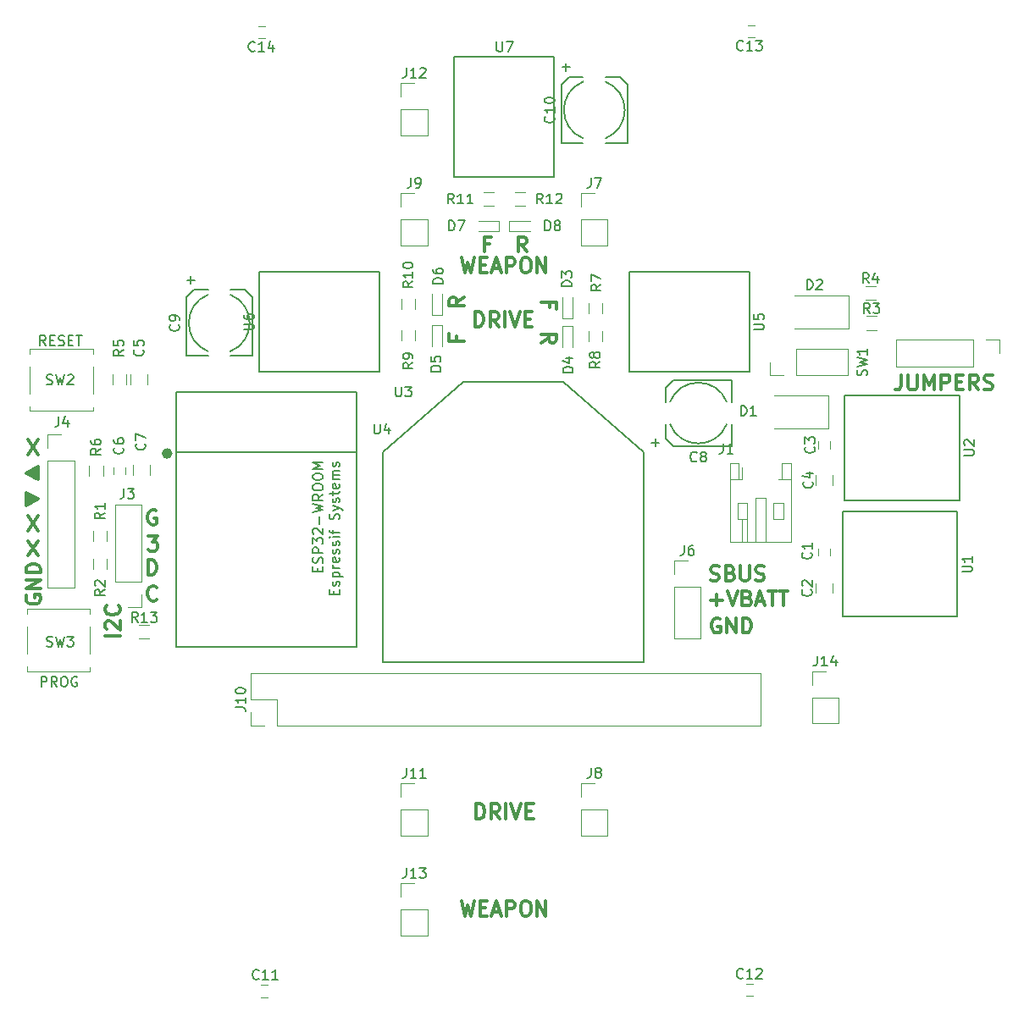
<source format=gto>
G04 #@! TF.FileFunction,Legend,Top*
%FSLAX46Y46*%
G04 Gerber Fmt 4.6, Leading zero omitted, Abs format (unit mm)*
G04 Created by KiCad (PCBNEW 4.0.7) date Thursday, 19 July 2018 'PMt' 15:05:03*
%MOMM*%
%LPD*%
G01*
G04 APERTURE LIST*
%ADD10C,0.100000*%
%ADD11C,0.300000*%
%ADD12C,0.200000*%
%ADD13C,0.120000*%
%ADD14C,0.150000*%
%ADD15C,0.500000*%
G04 APERTURE END LIST*
D10*
D11*
X114678571Y-61278571D02*
X114678571Y-62350000D01*
X114607143Y-62564286D01*
X114464286Y-62707143D01*
X114250000Y-62778571D01*
X114107143Y-62778571D01*
X115392857Y-61278571D02*
X115392857Y-62492857D01*
X115464285Y-62635714D01*
X115535714Y-62707143D01*
X115678571Y-62778571D01*
X115964285Y-62778571D01*
X116107143Y-62707143D01*
X116178571Y-62635714D01*
X116250000Y-62492857D01*
X116250000Y-61278571D01*
X116964286Y-62778571D02*
X116964286Y-61278571D01*
X117464286Y-62350000D01*
X117964286Y-61278571D01*
X117964286Y-62778571D01*
X118678572Y-62778571D02*
X118678572Y-61278571D01*
X119250000Y-61278571D01*
X119392858Y-61350000D01*
X119464286Y-61421429D01*
X119535715Y-61564286D01*
X119535715Y-61778571D01*
X119464286Y-61921429D01*
X119392858Y-61992857D01*
X119250000Y-62064286D01*
X118678572Y-62064286D01*
X120178572Y-61992857D02*
X120678572Y-61992857D01*
X120892858Y-62778571D02*
X120178572Y-62778571D01*
X120178572Y-61278571D01*
X120892858Y-61278571D01*
X122392858Y-62778571D02*
X121892858Y-62064286D01*
X121535715Y-62778571D02*
X121535715Y-61278571D01*
X122107143Y-61278571D01*
X122250001Y-61350000D01*
X122321429Y-61421429D01*
X122392858Y-61564286D01*
X122392858Y-61778571D01*
X122321429Y-61921429D01*
X122250001Y-61992857D01*
X122107143Y-62064286D01*
X121535715Y-62064286D01*
X122964286Y-62707143D02*
X123178572Y-62778571D01*
X123535715Y-62778571D01*
X123678572Y-62707143D01*
X123750001Y-62635714D01*
X123821429Y-62492857D01*
X123821429Y-62350000D01*
X123750001Y-62207143D01*
X123678572Y-62135714D01*
X123535715Y-62064286D01*
X123250001Y-61992857D01*
X123107143Y-61921429D01*
X123035715Y-61850000D01*
X122964286Y-61707143D01*
X122964286Y-61564286D01*
X123035715Y-61421429D01*
X123107143Y-61350000D01*
X123250001Y-61278571D01*
X123607143Y-61278571D01*
X123821429Y-61350000D01*
X96557143Y-85650000D02*
X96414286Y-85578571D01*
X96200000Y-85578571D01*
X95985715Y-85650000D01*
X95842857Y-85792857D01*
X95771429Y-85935714D01*
X95700000Y-86221429D01*
X95700000Y-86435714D01*
X95771429Y-86721429D01*
X95842857Y-86864286D01*
X95985715Y-87007143D01*
X96200000Y-87078571D01*
X96342857Y-87078571D01*
X96557143Y-87007143D01*
X96628572Y-86935714D01*
X96628572Y-86435714D01*
X96342857Y-86435714D01*
X97271429Y-87078571D02*
X97271429Y-85578571D01*
X98128572Y-87078571D01*
X98128572Y-85578571D01*
X98842858Y-87078571D02*
X98842858Y-85578571D01*
X99200001Y-85578571D01*
X99414286Y-85650000D01*
X99557144Y-85792857D01*
X99628572Y-85935714D01*
X99700001Y-86221429D01*
X99700001Y-86435714D01*
X99628572Y-86721429D01*
X99557144Y-86864286D01*
X99414286Y-87007143D01*
X99200001Y-87078571D01*
X98842858Y-87078571D01*
X95650001Y-83807143D02*
X96792858Y-83807143D01*
X96221429Y-84378571D02*
X96221429Y-83235714D01*
X97292858Y-82878571D02*
X97792858Y-84378571D01*
X98292858Y-82878571D01*
X99292858Y-83592857D02*
X99507144Y-83664286D01*
X99578572Y-83735714D01*
X99650001Y-83878571D01*
X99650001Y-84092857D01*
X99578572Y-84235714D01*
X99507144Y-84307143D01*
X99364286Y-84378571D01*
X98792858Y-84378571D01*
X98792858Y-82878571D01*
X99292858Y-82878571D01*
X99435715Y-82950000D01*
X99507144Y-83021429D01*
X99578572Y-83164286D01*
X99578572Y-83307143D01*
X99507144Y-83450000D01*
X99435715Y-83521429D01*
X99292858Y-83592857D01*
X98792858Y-83592857D01*
X100221429Y-83950000D02*
X100935715Y-83950000D01*
X100078572Y-84378571D02*
X100578572Y-82878571D01*
X101078572Y-84378571D01*
X101364286Y-82878571D02*
X102221429Y-82878571D01*
X101792858Y-84378571D02*
X101792858Y-82878571D01*
X102507143Y-82878571D02*
X103364286Y-82878571D01*
X102935715Y-84378571D02*
X102935715Y-82878571D01*
X95621429Y-81807143D02*
X95835715Y-81878571D01*
X96192858Y-81878571D01*
X96335715Y-81807143D01*
X96407144Y-81735714D01*
X96478572Y-81592857D01*
X96478572Y-81450000D01*
X96407144Y-81307143D01*
X96335715Y-81235714D01*
X96192858Y-81164286D01*
X95907144Y-81092857D01*
X95764286Y-81021429D01*
X95692858Y-80950000D01*
X95621429Y-80807143D01*
X95621429Y-80664286D01*
X95692858Y-80521429D01*
X95764286Y-80450000D01*
X95907144Y-80378571D01*
X96264286Y-80378571D01*
X96478572Y-80450000D01*
X97621429Y-81092857D02*
X97835715Y-81164286D01*
X97907143Y-81235714D01*
X97978572Y-81378571D01*
X97978572Y-81592857D01*
X97907143Y-81735714D01*
X97835715Y-81807143D01*
X97692857Y-81878571D01*
X97121429Y-81878571D01*
X97121429Y-80378571D01*
X97621429Y-80378571D01*
X97764286Y-80450000D01*
X97835715Y-80521429D01*
X97907143Y-80664286D01*
X97907143Y-80807143D01*
X97835715Y-80950000D01*
X97764286Y-81021429D01*
X97621429Y-81092857D01*
X97121429Y-81092857D01*
X98621429Y-80378571D02*
X98621429Y-81592857D01*
X98692857Y-81735714D01*
X98764286Y-81807143D01*
X98907143Y-81878571D01*
X99192857Y-81878571D01*
X99335715Y-81807143D01*
X99407143Y-81735714D01*
X99478572Y-81592857D01*
X99478572Y-80378571D01*
X100121429Y-81807143D02*
X100335715Y-81878571D01*
X100692858Y-81878571D01*
X100835715Y-81807143D01*
X100907144Y-81735714D01*
X100978572Y-81592857D01*
X100978572Y-81450000D01*
X100907144Y-81307143D01*
X100835715Y-81235714D01*
X100692858Y-81164286D01*
X100407144Y-81092857D01*
X100264286Y-81021429D01*
X100192858Y-80950000D01*
X100121429Y-80807143D01*
X100121429Y-80664286D01*
X100192858Y-80521429D01*
X100264286Y-80450000D01*
X100407144Y-80378571D01*
X100764286Y-80378571D01*
X100978572Y-80450000D01*
X36578571Y-87364285D02*
X35078571Y-87364285D01*
X35221429Y-86721428D02*
X35150000Y-86649999D01*
X35078571Y-86507142D01*
X35078571Y-86149999D01*
X35150000Y-86007142D01*
X35221429Y-85935713D01*
X35364286Y-85864285D01*
X35507143Y-85864285D01*
X35721429Y-85935713D01*
X36578571Y-86792856D01*
X36578571Y-85864285D01*
X36435714Y-84364285D02*
X36507143Y-84435714D01*
X36578571Y-84650000D01*
X36578571Y-84792857D01*
X36507143Y-85007142D01*
X36364286Y-85150000D01*
X36221429Y-85221428D01*
X35935714Y-85292857D01*
X35721429Y-85292857D01*
X35435714Y-85221428D01*
X35292857Y-85150000D01*
X35150000Y-85007142D01*
X35078571Y-84792857D01*
X35078571Y-84650000D01*
X35150000Y-84435714D01*
X35221429Y-84364285D01*
X40264286Y-83735714D02*
X40192857Y-83807143D01*
X39978571Y-83878571D01*
X39835714Y-83878571D01*
X39621429Y-83807143D01*
X39478571Y-83664286D01*
X39407143Y-83521429D01*
X39335714Y-83235714D01*
X39335714Y-83021429D01*
X39407143Y-82735714D01*
X39478571Y-82592857D01*
X39621429Y-82450000D01*
X39835714Y-82378571D01*
X39978571Y-82378571D01*
X40192857Y-82450000D01*
X40264286Y-82521429D01*
X39407143Y-81278571D02*
X39407143Y-79778571D01*
X39764286Y-79778571D01*
X39978571Y-79850000D01*
X40121429Y-79992857D01*
X40192857Y-80135714D01*
X40264286Y-80421429D01*
X40264286Y-80635714D01*
X40192857Y-80921429D01*
X40121429Y-81064286D01*
X39978571Y-81207143D01*
X39764286Y-81278571D01*
X39407143Y-81278571D01*
X39400001Y-77378571D02*
X40328572Y-77378571D01*
X39828572Y-77950000D01*
X40042858Y-77950000D01*
X40185715Y-78021429D01*
X40257144Y-78092857D01*
X40328572Y-78235714D01*
X40328572Y-78592857D01*
X40257144Y-78735714D01*
X40185715Y-78807143D01*
X40042858Y-78878571D01*
X39614286Y-78878571D01*
X39471429Y-78807143D01*
X39400001Y-78735714D01*
X40192857Y-74850000D02*
X40050000Y-74778571D01*
X39835714Y-74778571D01*
X39621429Y-74850000D01*
X39478571Y-74992857D01*
X39407143Y-75135714D01*
X39335714Y-75421429D01*
X39335714Y-75635714D01*
X39407143Y-75921429D01*
X39478571Y-76064286D01*
X39621429Y-76207143D01*
X39835714Y-76278571D01*
X39978571Y-76278571D01*
X40192857Y-76207143D01*
X40264286Y-76135714D01*
X40264286Y-75635714D01*
X39978571Y-75635714D01*
D12*
X29147619Y-58352381D02*
X28814285Y-57876190D01*
X28576190Y-58352381D02*
X28576190Y-57352381D01*
X28957143Y-57352381D01*
X29052381Y-57400000D01*
X29100000Y-57447619D01*
X29147619Y-57542857D01*
X29147619Y-57685714D01*
X29100000Y-57780952D01*
X29052381Y-57828571D01*
X28957143Y-57876190D01*
X28576190Y-57876190D01*
X29576190Y-57828571D02*
X29909524Y-57828571D01*
X30052381Y-58352381D02*
X29576190Y-58352381D01*
X29576190Y-57352381D01*
X30052381Y-57352381D01*
X30433333Y-58304762D02*
X30576190Y-58352381D01*
X30814286Y-58352381D01*
X30909524Y-58304762D01*
X30957143Y-58257143D01*
X31004762Y-58161905D01*
X31004762Y-58066667D01*
X30957143Y-57971429D01*
X30909524Y-57923810D01*
X30814286Y-57876190D01*
X30623809Y-57828571D01*
X30528571Y-57780952D01*
X30480952Y-57733333D01*
X30433333Y-57638095D01*
X30433333Y-57542857D01*
X30480952Y-57447619D01*
X30528571Y-57400000D01*
X30623809Y-57352381D01*
X30861905Y-57352381D01*
X31004762Y-57400000D01*
X31433333Y-57828571D02*
X31766667Y-57828571D01*
X31909524Y-58352381D02*
X31433333Y-58352381D01*
X31433333Y-57352381D01*
X31909524Y-57352381D01*
X32195238Y-57352381D02*
X32766667Y-57352381D01*
X32480952Y-58352381D02*
X32480952Y-57352381D01*
X28714286Y-92452381D02*
X28714286Y-91452381D01*
X29095239Y-91452381D01*
X29190477Y-91500000D01*
X29238096Y-91547619D01*
X29285715Y-91642857D01*
X29285715Y-91785714D01*
X29238096Y-91880952D01*
X29190477Y-91928571D01*
X29095239Y-91976190D01*
X28714286Y-91976190D01*
X30285715Y-92452381D02*
X29952381Y-91976190D01*
X29714286Y-92452381D02*
X29714286Y-91452381D01*
X30095239Y-91452381D01*
X30190477Y-91500000D01*
X30238096Y-91547619D01*
X30285715Y-91642857D01*
X30285715Y-91785714D01*
X30238096Y-91880952D01*
X30190477Y-91928571D01*
X30095239Y-91976190D01*
X29714286Y-91976190D01*
X30904762Y-91452381D02*
X31095239Y-91452381D01*
X31190477Y-91500000D01*
X31285715Y-91595238D01*
X31333334Y-91785714D01*
X31333334Y-92119048D01*
X31285715Y-92309524D01*
X31190477Y-92404762D01*
X31095239Y-92452381D01*
X30904762Y-92452381D01*
X30809524Y-92404762D01*
X30714286Y-92309524D01*
X30666667Y-92119048D01*
X30666667Y-91785714D01*
X30714286Y-91595238D01*
X30809524Y-91500000D01*
X30904762Y-91452381D01*
X32285715Y-91500000D02*
X32190477Y-91452381D01*
X32047620Y-91452381D01*
X31904762Y-91500000D01*
X31809524Y-91595238D01*
X31761905Y-91690476D01*
X31714286Y-91880952D01*
X31714286Y-92023810D01*
X31761905Y-92214286D01*
X31809524Y-92309524D01*
X31904762Y-92404762D01*
X32047620Y-92452381D01*
X32142858Y-92452381D01*
X32285715Y-92404762D01*
X32333334Y-92357143D01*
X32333334Y-92023810D01*
X32142858Y-92023810D01*
D11*
X27400001Y-77878571D02*
X28400001Y-79378571D01*
X28400001Y-77878571D02*
X27400001Y-79378571D01*
X27400001Y-75378571D02*
X28400001Y-76878571D01*
X28400001Y-75378571D02*
X27400001Y-76878571D01*
X27400001Y-67778571D02*
X28400001Y-69278571D01*
X28400001Y-67778571D02*
X27400001Y-69278571D01*
X27250000Y-83342857D02*
X27178571Y-83485714D01*
X27178571Y-83700000D01*
X27250000Y-83914285D01*
X27392857Y-84057143D01*
X27535714Y-84128571D01*
X27821429Y-84200000D01*
X28035714Y-84200000D01*
X28321429Y-84128571D01*
X28464286Y-84057143D01*
X28607143Y-83914285D01*
X28678571Y-83700000D01*
X28678571Y-83557143D01*
X28607143Y-83342857D01*
X28535714Y-83271428D01*
X28035714Y-83271428D01*
X28035714Y-83557143D01*
X28678571Y-82628571D02*
X27178571Y-82628571D01*
X28678571Y-81771428D01*
X27178571Y-81771428D01*
X28678571Y-81057142D02*
X27178571Y-81057142D01*
X27178571Y-80699999D01*
X27250000Y-80485714D01*
X27392857Y-80342856D01*
X27535714Y-80271428D01*
X27821429Y-80199999D01*
X28035714Y-80199999D01*
X28321429Y-80271428D01*
X28464286Y-80342856D01*
X28607143Y-80485714D01*
X28678571Y-80699999D01*
X28678571Y-81057142D01*
X27300000Y-73135714D02*
X27300000Y-74278571D01*
X27371429Y-73207143D02*
X27371429Y-74207143D01*
X27442858Y-73207143D02*
X27442858Y-74207143D01*
X27514286Y-73278571D02*
X27514286Y-74135714D01*
X27585715Y-73278571D02*
X27585715Y-74135714D01*
X27657143Y-73350000D02*
X27657143Y-74064286D01*
X27728572Y-73350000D02*
X27728572Y-74064286D01*
X27800000Y-73421429D02*
X27800000Y-73992857D01*
X27871429Y-73492857D02*
X27871429Y-73921429D01*
X27942858Y-73492857D02*
X27942858Y-73921429D01*
X28014286Y-73564286D02*
X28014286Y-73850000D01*
X28085715Y-73564286D02*
X28085715Y-73850000D01*
X28157143Y-73707143D02*
X28228572Y-73707143D01*
X28157143Y-73635714D02*
X28157143Y-73778571D01*
X27228572Y-73135714D02*
X28300000Y-73707143D01*
X27228572Y-74278571D01*
X28371429Y-73707143D02*
X27228572Y-74350000D01*
X27228572Y-73064286D01*
X28371429Y-73707143D01*
X28300000Y-71678571D02*
X28300000Y-70535714D01*
X28228572Y-71607143D02*
X28228572Y-70607143D01*
X28157143Y-71607143D02*
X28157143Y-70607143D01*
X28085715Y-71535714D02*
X28085715Y-70678571D01*
X28014286Y-71535714D02*
X28014286Y-70678571D01*
X27942858Y-71464286D02*
X27942858Y-70750000D01*
X27871429Y-71464286D02*
X27871429Y-70750000D01*
X27800000Y-71392857D02*
X27800000Y-70821429D01*
X27728572Y-71321429D02*
X27728572Y-70892857D01*
X27657143Y-71321429D02*
X27657143Y-70892857D01*
X27585715Y-71250000D02*
X27585715Y-70964286D01*
X27514286Y-71250000D02*
X27514286Y-70964286D01*
X27442858Y-71107143D02*
X27371429Y-71107143D01*
X27442858Y-71178571D02*
X27442858Y-71035714D01*
X28371429Y-71678571D02*
X27300000Y-71107143D01*
X28371429Y-70535714D01*
X27228572Y-71107143D02*
X28371429Y-70464286D01*
X28371429Y-71750000D01*
X27228572Y-71107143D01*
X72078572Y-56478571D02*
X72078572Y-54978571D01*
X72435715Y-54978571D01*
X72650000Y-55050000D01*
X72792858Y-55192857D01*
X72864286Y-55335714D01*
X72935715Y-55621429D01*
X72935715Y-55835714D01*
X72864286Y-56121429D01*
X72792858Y-56264286D01*
X72650000Y-56407143D01*
X72435715Y-56478571D01*
X72078572Y-56478571D01*
X74435715Y-56478571D02*
X73935715Y-55764286D01*
X73578572Y-56478571D02*
X73578572Y-54978571D01*
X74150000Y-54978571D01*
X74292858Y-55050000D01*
X74364286Y-55121429D01*
X74435715Y-55264286D01*
X74435715Y-55478571D01*
X74364286Y-55621429D01*
X74292858Y-55692857D01*
X74150000Y-55764286D01*
X73578572Y-55764286D01*
X75078572Y-56478571D02*
X75078572Y-54978571D01*
X75578572Y-54978571D02*
X76078572Y-56478571D01*
X76578572Y-54978571D01*
X77078572Y-55692857D02*
X77578572Y-55692857D01*
X77792858Y-56478571D02*
X77078572Y-56478571D01*
X77078572Y-54978571D01*
X77792858Y-54978571D01*
X78721429Y-58064286D02*
X79435714Y-57564286D01*
X78721429Y-57207143D02*
X80221429Y-57207143D01*
X80221429Y-57778571D01*
X80150000Y-57921429D01*
X80078571Y-57992857D01*
X79935714Y-58064286D01*
X79721429Y-58064286D01*
X79578571Y-57992857D01*
X79507143Y-57921429D01*
X79435714Y-57778571D01*
X79435714Y-57207143D01*
X79507143Y-54514286D02*
X79507143Y-54014286D01*
X78721429Y-54014286D02*
X80221429Y-54014286D01*
X80221429Y-54728572D01*
X70978571Y-53535714D02*
X70264286Y-54035714D01*
X70978571Y-54392857D02*
X69478571Y-54392857D01*
X69478571Y-53821429D01*
X69550000Y-53678571D01*
X69621429Y-53607143D01*
X69764286Y-53535714D01*
X69978571Y-53535714D01*
X70121429Y-53607143D01*
X70192857Y-53678571D01*
X70264286Y-53821429D01*
X70264286Y-54392857D01*
X70192857Y-57385714D02*
X70192857Y-57885714D01*
X70978571Y-57885714D02*
X69478571Y-57885714D01*
X69478571Y-57171428D01*
X77264286Y-48978571D02*
X76764286Y-48264286D01*
X76407143Y-48978571D02*
X76407143Y-47478571D01*
X76978571Y-47478571D01*
X77121429Y-47550000D01*
X77192857Y-47621429D01*
X77264286Y-47764286D01*
X77264286Y-47978571D01*
X77192857Y-48121429D01*
X77121429Y-48192857D01*
X76978571Y-48264286D01*
X76407143Y-48264286D01*
X73514286Y-48192857D02*
X73014286Y-48192857D01*
X73014286Y-48978571D02*
X73014286Y-47478571D01*
X73728572Y-47478571D01*
X70714286Y-49578571D02*
X71071429Y-51078571D01*
X71357143Y-50007143D01*
X71642857Y-51078571D01*
X72000000Y-49578571D01*
X72571429Y-50292857D02*
X73071429Y-50292857D01*
X73285715Y-51078571D02*
X72571429Y-51078571D01*
X72571429Y-49578571D01*
X73285715Y-49578571D01*
X73857143Y-50650000D02*
X74571429Y-50650000D01*
X73714286Y-51078571D02*
X74214286Y-49578571D01*
X74714286Y-51078571D01*
X75214286Y-51078571D02*
X75214286Y-49578571D01*
X75785714Y-49578571D01*
X75928572Y-49650000D01*
X76000000Y-49721429D01*
X76071429Y-49864286D01*
X76071429Y-50078571D01*
X76000000Y-50221429D01*
X75928572Y-50292857D01*
X75785714Y-50364286D01*
X75214286Y-50364286D01*
X77000000Y-49578571D02*
X77285714Y-49578571D01*
X77428572Y-49650000D01*
X77571429Y-49792857D01*
X77642857Y-50078571D01*
X77642857Y-50578571D01*
X77571429Y-50864286D01*
X77428572Y-51007143D01*
X77285714Y-51078571D01*
X77000000Y-51078571D01*
X76857143Y-51007143D01*
X76714286Y-50864286D01*
X76642857Y-50578571D01*
X76642857Y-50078571D01*
X76714286Y-49792857D01*
X76857143Y-49650000D01*
X77000000Y-49578571D01*
X78285715Y-51078571D02*
X78285715Y-49578571D01*
X79142858Y-51078571D01*
X79142858Y-49578571D01*
X70714286Y-113878571D02*
X71071429Y-115378571D01*
X71357143Y-114307143D01*
X71642857Y-115378571D01*
X72000000Y-113878571D01*
X72571429Y-114592857D02*
X73071429Y-114592857D01*
X73285715Y-115378571D02*
X72571429Y-115378571D01*
X72571429Y-113878571D01*
X73285715Y-113878571D01*
X73857143Y-114950000D02*
X74571429Y-114950000D01*
X73714286Y-115378571D02*
X74214286Y-113878571D01*
X74714286Y-115378571D01*
X75214286Y-115378571D02*
X75214286Y-113878571D01*
X75785714Y-113878571D01*
X75928572Y-113950000D01*
X76000000Y-114021429D01*
X76071429Y-114164286D01*
X76071429Y-114378571D01*
X76000000Y-114521429D01*
X75928572Y-114592857D01*
X75785714Y-114664286D01*
X75214286Y-114664286D01*
X77000000Y-113878571D02*
X77285714Y-113878571D01*
X77428572Y-113950000D01*
X77571429Y-114092857D01*
X77642857Y-114378571D01*
X77642857Y-114878571D01*
X77571429Y-115164286D01*
X77428572Y-115307143D01*
X77285714Y-115378571D01*
X77000000Y-115378571D01*
X76857143Y-115307143D01*
X76714286Y-115164286D01*
X76642857Y-114878571D01*
X76642857Y-114378571D01*
X76714286Y-114092857D01*
X76857143Y-113950000D01*
X77000000Y-113878571D01*
X78285715Y-115378571D02*
X78285715Y-113878571D01*
X79142858Y-115378571D01*
X79142858Y-113878571D01*
X72178572Y-105678571D02*
X72178572Y-104178571D01*
X72535715Y-104178571D01*
X72750000Y-104250000D01*
X72892858Y-104392857D01*
X72964286Y-104535714D01*
X73035715Y-104821429D01*
X73035715Y-105035714D01*
X72964286Y-105321429D01*
X72892858Y-105464286D01*
X72750000Y-105607143D01*
X72535715Y-105678571D01*
X72178572Y-105678571D01*
X74535715Y-105678571D02*
X74035715Y-104964286D01*
X73678572Y-105678571D02*
X73678572Y-104178571D01*
X74250000Y-104178571D01*
X74392858Y-104250000D01*
X74464286Y-104321429D01*
X74535715Y-104464286D01*
X74535715Y-104678571D01*
X74464286Y-104821429D01*
X74392858Y-104892857D01*
X74250000Y-104964286D01*
X73678572Y-104964286D01*
X75178572Y-105678571D02*
X75178572Y-104178571D01*
X75678572Y-104178571D02*
X76178572Y-105678571D01*
X76678572Y-104178571D01*
X77178572Y-104892857D02*
X77678572Y-104892857D01*
X77892858Y-105678571D02*
X77178572Y-105678571D01*
X77178572Y-104178571D01*
X77892858Y-104178571D01*
D13*
X106400000Y-79350000D02*
X106400000Y-78650000D01*
X107600000Y-78650000D02*
X107600000Y-79350000D01*
X106150000Y-82100000D02*
X106150000Y-83100000D01*
X107850000Y-83100000D02*
X107850000Y-82100000D01*
X106400000Y-68650000D02*
X106400000Y-67950000D01*
X107600000Y-67950000D02*
X107600000Y-68650000D01*
X106150000Y-71300000D02*
X106150000Y-72300000D01*
X107850000Y-72300000D02*
X107850000Y-71300000D01*
X37650000Y-61200000D02*
X37650000Y-62200000D01*
X39350000Y-62200000D02*
X39350000Y-61200000D01*
X37100000Y-70500000D02*
X37100000Y-71200000D01*
X35900000Y-71200000D02*
X35900000Y-70500000D01*
X37850000Y-70300000D02*
X37850000Y-71300000D01*
X39550000Y-71300000D02*
X39550000Y-70300000D01*
X50650000Y-122300000D02*
X51350000Y-122300000D01*
X51350000Y-123500000D02*
X50650000Y-123500000D01*
X99150000Y-122200000D02*
X99850000Y-122200000D01*
X99850000Y-123400000D02*
X99150000Y-123400000D01*
X100050000Y-27500000D02*
X99350000Y-27500000D01*
X99350000Y-26300000D02*
X100050000Y-26300000D01*
X51100000Y-27600000D02*
X50400000Y-27600000D01*
X50400000Y-26400000D02*
X51100000Y-26400000D01*
X107400000Y-66650000D02*
X107400000Y-63350000D01*
X107400000Y-63350000D02*
X102000000Y-63350000D01*
X107400000Y-66650000D02*
X102000000Y-66650000D01*
X109400000Y-56650000D02*
X109400000Y-53350000D01*
X109400000Y-53350000D02*
X104000000Y-53350000D01*
X109400000Y-56650000D02*
X104000000Y-56650000D01*
X80800000Y-55600000D02*
X81800000Y-55600000D01*
X81800000Y-55600000D02*
X81800000Y-53500000D01*
X80800000Y-55600000D02*
X80800000Y-53500000D01*
X81800000Y-56400000D02*
X80800000Y-56400000D01*
X80800000Y-56400000D02*
X80800000Y-58500000D01*
X81800000Y-56400000D02*
X81800000Y-58500000D01*
X68800000Y-56300000D02*
X67800000Y-56300000D01*
X67800000Y-56300000D02*
X67800000Y-58400000D01*
X68800000Y-56300000D02*
X68800000Y-58400000D01*
X67800000Y-55300000D02*
X68800000Y-55300000D01*
X68800000Y-55300000D02*
X68800000Y-53200000D01*
X67800000Y-55300000D02*
X67800000Y-53200000D01*
X74500000Y-46900000D02*
X74500000Y-45900000D01*
X74500000Y-45900000D02*
X72400000Y-45900000D01*
X74500000Y-46900000D02*
X72400000Y-46900000D01*
X75500000Y-45900000D02*
X75500000Y-46900000D01*
X75500000Y-46900000D02*
X77600000Y-46900000D01*
X75500000Y-45900000D02*
X77600000Y-45900000D01*
X100100000Y-77950000D02*
X100100000Y-73600000D01*
X100100000Y-73600000D02*
X101100000Y-73600000D01*
X101100000Y-73600000D02*
X101100000Y-77950000D01*
X98800000Y-71750000D02*
X98450000Y-71750000D01*
X98450000Y-71750000D02*
X98450000Y-70150000D01*
X98450000Y-70150000D02*
X97550000Y-70150000D01*
X97550000Y-70150000D02*
X97550000Y-77950000D01*
X97550000Y-77950000D02*
X103650000Y-77950000D01*
X103650000Y-77950000D02*
X103650000Y-70150000D01*
X103650000Y-70150000D02*
X102750000Y-70150000D01*
X102750000Y-70150000D02*
X102750000Y-71750000D01*
X102750000Y-71750000D02*
X102400000Y-71750000D01*
X97550000Y-71750000D02*
X98450000Y-71750000D01*
X103650000Y-71750000D02*
X102750000Y-71750000D01*
X98300000Y-74100000D02*
X98300000Y-75700000D01*
X98300000Y-75700000D02*
X99300000Y-75700000D01*
X99300000Y-75700000D02*
X99300000Y-74100000D01*
X99300000Y-74100000D02*
X98300000Y-74100000D01*
X102900000Y-74100000D02*
X102900000Y-75700000D01*
X102900000Y-75700000D02*
X101900000Y-75700000D01*
X101900000Y-75700000D02*
X101900000Y-74100000D01*
X101900000Y-74100000D02*
X102900000Y-74100000D01*
X99300000Y-75700000D02*
X99300000Y-77950000D01*
X98800000Y-75700000D02*
X98800000Y-77950000D01*
X98800000Y-71750000D02*
X98800000Y-70550000D01*
X38730000Y-74250000D02*
X36070000Y-74250000D01*
X38730000Y-81930000D02*
X38730000Y-74250000D01*
X36070000Y-81930000D02*
X36070000Y-74250000D01*
X38730000Y-81930000D02*
X36070000Y-81930000D01*
X38730000Y-83200000D02*
X38730000Y-84530000D01*
X38730000Y-84530000D02*
X37400000Y-84530000D01*
X29370000Y-82590000D02*
X32030000Y-82590000D01*
X29370000Y-69830000D02*
X29370000Y-82590000D01*
X32030000Y-69830000D02*
X32030000Y-82590000D01*
X29370000Y-69830000D02*
X32030000Y-69830000D01*
X29370000Y-68560000D02*
X29370000Y-67230000D01*
X29370000Y-67230000D02*
X30700000Y-67230000D01*
X91970000Y-87610000D02*
X94630000Y-87610000D01*
X91970000Y-82470000D02*
X91970000Y-87610000D01*
X94630000Y-82470000D02*
X94630000Y-87610000D01*
X91970000Y-82470000D02*
X94630000Y-82470000D01*
X91970000Y-81200000D02*
X91970000Y-79870000D01*
X91970000Y-79870000D02*
X93300000Y-79870000D01*
X82670000Y-48330000D02*
X85330000Y-48330000D01*
X82670000Y-45730000D02*
X82670000Y-48330000D01*
X85330000Y-45730000D02*
X85330000Y-48330000D01*
X82670000Y-45730000D02*
X85330000Y-45730000D01*
X82670000Y-44460000D02*
X82670000Y-43130000D01*
X82670000Y-43130000D02*
X84000000Y-43130000D01*
X82670000Y-107330000D02*
X85330000Y-107330000D01*
X82670000Y-104730000D02*
X82670000Y-107330000D01*
X85330000Y-104730000D02*
X85330000Y-107330000D01*
X82670000Y-104730000D02*
X85330000Y-104730000D01*
X82670000Y-103460000D02*
X82670000Y-102130000D01*
X82670000Y-102130000D02*
X84000000Y-102130000D01*
X64670000Y-48330000D02*
X67330000Y-48330000D01*
X64670000Y-45730000D02*
X64670000Y-48330000D01*
X67330000Y-45730000D02*
X67330000Y-48330000D01*
X64670000Y-45730000D02*
X67330000Y-45730000D01*
X64670000Y-44460000D02*
X64670000Y-43130000D01*
X64670000Y-43130000D02*
X66000000Y-43130000D01*
X100590000Y-96330000D02*
X100590000Y-91130000D01*
X52270000Y-96330000D02*
X100590000Y-96330000D01*
X49670000Y-91130000D02*
X100590000Y-91130000D01*
X52270000Y-96330000D02*
X52270000Y-93730000D01*
X52270000Y-93730000D02*
X49670000Y-93730000D01*
X49670000Y-93730000D02*
X49670000Y-91130000D01*
X51000000Y-96330000D02*
X49670000Y-96330000D01*
X49670000Y-96330000D02*
X49670000Y-95000000D01*
X64670000Y-107330000D02*
X67330000Y-107330000D01*
X64670000Y-104730000D02*
X64670000Y-107330000D01*
X67330000Y-104730000D02*
X67330000Y-107330000D01*
X64670000Y-104730000D02*
X67330000Y-104730000D01*
X64670000Y-103460000D02*
X64670000Y-102130000D01*
X64670000Y-102130000D02*
X66000000Y-102130000D01*
X64670000Y-37330000D02*
X67330000Y-37330000D01*
X64670000Y-34730000D02*
X64670000Y-37330000D01*
X67330000Y-34730000D02*
X67330000Y-37330000D01*
X64670000Y-34730000D02*
X67330000Y-34730000D01*
X64670000Y-33460000D02*
X64670000Y-32130000D01*
X64670000Y-32130000D02*
X66000000Y-32130000D01*
X64670000Y-117330000D02*
X67330000Y-117330000D01*
X64670000Y-114730000D02*
X64670000Y-117330000D01*
X67330000Y-114730000D02*
X67330000Y-117330000D01*
X64670000Y-114730000D02*
X67330000Y-114730000D01*
X64670000Y-113460000D02*
X64670000Y-112130000D01*
X64670000Y-112130000D02*
X66000000Y-112130000D01*
X33920000Y-77900000D02*
X33920000Y-76900000D01*
X35280000Y-76900000D02*
X35280000Y-77900000D01*
X33920000Y-80700000D02*
X33920000Y-79700000D01*
X35280000Y-79700000D02*
X35280000Y-80700000D01*
X35820000Y-62250000D02*
X35820000Y-61250000D01*
X37180000Y-61250000D02*
X37180000Y-62250000D01*
X33520000Y-71400000D02*
X33520000Y-70400000D01*
X34880000Y-70400000D02*
X34880000Y-71400000D01*
X83420000Y-55100000D02*
X83420000Y-54100000D01*
X84780000Y-54100000D02*
X84780000Y-55100000D01*
X84780000Y-56900000D02*
X84780000Y-57900000D01*
X83420000Y-57900000D02*
X83420000Y-56900000D01*
X66080000Y-56850000D02*
X66080000Y-57850000D01*
X64720000Y-57850000D02*
X64720000Y-56850000D01*
X64720000Y-54700000D02*
X64720000Y-53700000D01*
X66080000Y-53700000D02*
X66080000Y-54700000D01*
X73950000Y-44380000D02*
X72950000Y-44380000D01*
X72950000Y-43020000D02*
X73950000Y-43020000D01*
X76050000Y-43020000D02*
X77050000Y-43020000D01*
X77050000Y-44380000D02*
X76050000Y-44380000D01*
X39500000Y-87680000D02*
X38500000Y-87680000D01*
X38500000Y-86320000D02*
X39500000Y-86320000D01*
X109330000Y-61330000D02*
X109330000Y-58670000D01*
X104190000Y-61330000D02*
X109330000Y-61330000D01*
X104190000Y-58670000D02*
X109330000Y-58670000D01*
X104190000Y-61330000D02*
X104190000Y-58670000D01*
X102920000Y-61330000D02*
X101590000Y-61330000D01*
X101590000Y-61330000D02*
X101590000Y-60000000D01*
D14*
X108800000Y-74975000D02*
X120300000Y-74975000D01*
X108800000Y-85475000D02*
X108800000Y-74975000D01*
X120300000Y-85475000D02*
X108800000Y-85475000D01*
X120300000Y-74975000D02*
X120300000Y-85475000D01*
X109000000Y-63325000D02*
X120500000Y-63325000D01*
X109000000Y-73825000D02*
X109000000Y-63325000D01*
X120500000Y-73825000D02*
X109000000Y-73825000D01*
X120500000Y-63325000D02*
X120500000Y-73825000D01*
D13*
X112200000Y-56780000D02*
X111200000Y-56780000D01*
X111200000Y-55420000D02*
X112200000Y-55420000D01*
X112100000Y-53780000D02*
X111100000Y-53780000D01*
X111100000Y-52420000D02*
X112100000Y-52420000D01*
X105770000Y-96130000D02*
X108430000Y-96130000D01*
X105770000Y-93530000D02*
X105770000Y-96130000D01*
X108430000Y-93530000D02*
X108430000Y-96130000D01*
X105770000Y-93530000D02*
X108430000Y-93530000D01*
X105770000Y-92260000D02*
X105770000Y-90930000D01*
X105770000Y-90930000D02*
X107100000Y-90930000D01*
D15*
X41577981Y-69146000D02*
G75*
G03X41577981Y-69146000I-283981J0D01*
G01*
D14*
X60200000Y-69000000D02*
X42200000Y-69000000D01*
X42200000Y-63000000D02*
X42200000Y-88500000D01*
X60200000Y-63000000D02*
X60200000Y-88500000D01*
X60200000Y-88500000D02*
X42200000Y-88500000D01*
X60200000Y-63000000D02*
X42200000Y-63000000D01*
X88900000Y-90000000D02*
X62900000Y-90000000D01*
X88900000Y-69000000D02*
X88900000Y-90000000D01*
X80900000Y-62000000D02*
X88900000Y-69000000D01*
X70900000Y-62000000D02*
X80900000Y-62000000D01*
X62900000Y-69000000D02*
X70900000Y-62000000D01*
X62900000Y-90000000D02*
X62900000Y-69000000D01*
D13*
X27570000Y-64450000D02*
X27570000Y-64900000D01*
X27570000Y-64900000D02*
X33870000Y-64900000D01*
X33870000Y-64900000D02*
X33870000Y-64500000D01*
X27570000Y-63150000D02*
X27570000Y-60450000D01*
X33870000Y-60450000D02*
X33870000Y-63150000D01*
X27570000Y-58700000D02*
X33870000Y-58700000D01*
X33870000Y-58700000D02*
X33870000Y-59150000D01*
X27570000Y-59150000D02*
X27570000Y-58700000D01*
X27270000Y-90450000D02*
X27270000Y-90900000D01*
X27270000Y-90900000D02*
X33570000Y-90900000D01*
X33570000Y-90900000D02*
X33570000Y-90500000D01*
X27270000Y-89150000D02*
X27270000Y-86450000D01*
X33570000Y-86450000D02*
X33570000Y-89150000D01*
X27270000Y-84700000D02*
X33570000Y-84700000D01*
X33570000Y-84700000D02*
X33570000Y-85150000D01*
X27270000Y-85150000D02*
X27270000Y-84700000D01*
X114190000Y-57770000D02*
X114190000Y-60430000D01*
X121870000Y-57770000D02*
X114190000Y-57770000D01*
X121870000Y-60430000D02*
X114190000Y-60430000D01*
X121870000Y-57770000D02*
X121870000Y-60430000D01*
X123140000Y-57770000D02*
X124470000Y-57770000D01*
X124470000Y-57770000D02*
X124470000Y-59100000D01*
D14*
X91566978Y-66215262D02*
G75*
G03X97232100Y-66217600I2833022J1115262D01*
G01*
X97233022Y-63984738D02*
G75*
G03X91567900Y-63982400I-2833022J-1115262D01*
G01*
X91098000Y-67640000D02*
X91098000Y-66217600D01*
X97702000Y-68402000D02*
X97702000Y-66217600D01*
X97702000Y-61798000D02*
X97702000Y-63982400D01*
X91098000Y-62560000D02*
X91098000Y-63982400D01*
X97702000Y-68402000D02*
X91860000Y-68402000D01*
X91860000Y-68402000D02*
X91098000Y-67640000D01*
X91098000Y-62560000D02*
X91860000Y-61798000D01*
X91860000Y-61798000D02*
X97702000Y-61798000D01*
X45384738Y-53266978D02*
G75*
G03X45382400Y-58932100I1115262J-2833022D01*
G01*
X47615262Y-58933022D02*
G75*
G03X47617600Y-53267900I-1115262J2833022D01*
G01*
X43960000Y-52798000D02*
X45382400Y-52798000D01*
X43198000Y-59402000D02*
X45382400Y-59402000D01*
X49802000Y-59402000D02*
X47617600Y-59402000D01*
X49040000Y-52798000D02*
X47617600Y-52798000D01*
X43198000Y-59402000D02*
X43198000Y-53560000D01*
X43198000Y-53560000D02*
X43960000Y-52798000D01*
X49040000Y-52798000D02*
X49802000Y-53560000D01*
X49802000Y-53560000D02*
X49802000Y-59402000D01*
X82884738Y-31966978D02*
G75*
G03X82882400Y-37632100I1115262J-2833022D01*
G01*
X85115262Y-37633022D02*
G75*
G03X85117600Y-31967900I-1115262J2833022D01*
G01*
X81460000Y-31498000D02*
X82882400Y-31498000D01*
X80698000Y-38102000D02*
X82882400Y-38102000D01*
X87302000Y-38102000D02*
X85117600Y-38102000D01*
X86540000Y-31498000D02*
X85117600Y-31498000D01*
X80698000Y-38102000D02*
X80698000Y-32260000D01*
X80698000Y-32260000D02*
X81460000Y-31498000D01*
X86540000Y-31498000D02*
X87302000Y-32260000D01*
X87302000Y-32260000D02*
X87302000Y-38102000D01*
X87500000Y-51000000D02*
X99500000Y-51000000D01*
X87500000Y-61000000D02*
X87500000Y-51000000D01*
X99500000Y-61000000D02*
X87500000Y-61000000D01*
X99500000Y-51000000D02*
X99500000Y-61000000D01*
X62500000Y-61000000D02*
X50500000Y-61000000D01*
X62500000Y-51000000D02*
X62500000Y-61000000D01*
X50500000Y-51000000D02*
X62500000Y-51000000D01*
X50500000Y-61000000D02*
X50500000Y-51000000D01*
X70000000Y-41500000D02*
X70000000Y-29500000D01*
X80000000Y-41500000D02*
X70000000Y-41500000D01*
X80000000Y-29500000D02*
X80000000Y-41500000D01*
X70000000Y-29500000D02*
X80000000Y-29500000D01*
X105657143Y-79066666D02*
X105704762Y-79114285D01*
X105752381Y-79257142D01*
X105752381Y-79352380D01*
X105704762Y-79495238D01*
X105609524Y-79590476D01*
X105514286Y-79638095D01*
X105323810Y-79685714D01*
X105180952Y-79685714D01*
X104990476Y-79638095D01*
X104895238Y-79590476D01*
X104800000Y-79495238D01*
X104752381Y-79352380D01*
X104752381Y-79257142D01*
X104800000Y-79114285D01*
X104847619Y-79066666D01*
X105752381Y-78114285D02*
X105752381Y-78685714D01*
X105752381Y-78400000D02*
X104752381Y-78400000D01*
X104895238Y-78495238D01*
X104990476Y-78590476D01*
X105038095Y-78685714D01*
X105657143Y-82766666D02*
X105704762Y-82814285D01*
X105752381Y-82957142D01*
X105752381Y-83052380D01*
X105704762Y-83195238D01*
X105609524Y-83290476D01*
X105514286Y-83338095D01*
X105323810Y-83385714D01*
X105180952Y-83385714D01*
X104990476Y-83338095D01*
X104895238Y-83290476D01*
X104800000Y-83195238D01*
X104752381Y-83052380D01*
X104752381Y-82957142D01*
X104800000Y-82814285D01*
X104847619Y-82766666D01*
X104847619Y-82385714D02*
X104800000Y-82338095D01*
X104752381Y-82242857D01*
X104752381Y-82004761D01*
X104800000Y-81909523D01*
X104847619Y-81861904D01*
X104942857Y-81814285D01*
X105038095Y-81814285D01*
X105180952Y-81861904D01*
X105752381Y-82433333D01*
X105752381Y-81814285D01*
X105957143Y-68466666D02*
X106004762Y-68514285D01*
X106052381Y-68657142D01*
X106052381Y-68752380D01*
X106004762Y-68895238D01*
X105909524Y-68990476D01*
X105814286Y-69038095D01*
X105623810Y-69085714D01*
X105480952Y-69085714D01*
X105290476Y-69038095D01*
X105195238Y-68990476D01*
X105100000Y-68895238D01*
X105052381Y-68752380D01*
X105052381Y-68657142D01*
X105100000Y-68514285D01*
X105147619Y-68466666D01*
X105052381Y-68133333D02*
X105052381Y-67514285D01*
X105433333Y-67847619D01*
X105433333Y-67704761D01*
X105480952Y-67609523D01*
X105528571Y-67561904D01*
X105623810Y-67514285D01*
X105861905Y-67514285D01*
X105957143Y-67561904D01*
X106004762Y-67609523D01*
X106052381Y-67704761D01*
X106052381Y-67990476D01*
X106004762Y-68085714D01*
X105957143Y-68133333D01*
X105757143Y-71966666D02*
X105804762Y-72014285D01*
X105852381Y-72157142D01*
X105852381Y-72252380D01*
X105804762Y-72395238D01*
X105709524Y-72490476D01*
X105614286Y-72538095D01*
X105423810Y-72585714D01*
X105280952Y-72585714D01*
X105090476Y-72538095D01*
X104995238Y-72490476D01*
X104900000Y-72395238D01*
X104852381Y-72252380D01*
X104852381Y-72157142D01*
X104900000Y-72014285D01*
X104947619Y-71966666D01*
X105185714Y-71109523D02*
X105852381Y-71109523D01*
X104804762Y-71347619D02*
X105519048Y-71585714D01*
X105519048Y-70966666D01*
X38857143Y-58766666D02*
X38904762Y-58814285D01*
X38952381Y-58957142D01*
X38952381Y-59052380D01*
X38904762Y-59195238D01*
X38809524Y-59290476D01*
X38714286Y-59338095D01*
X38523810Y-59385714D01*
X38380952Y-59385714D01*
X38190476Y-59338095D01*
X38095238Y-59290476D01*
X38000000Y-59195238D01*
X37952381Y-59052380D01*
X37952381Y-58957142D01*
X38000000Y-58814285D01*
X38047619Y-58766666D01*
X37952381Y-57861904D02*
X37952381Y-58338095D01*
X38428571Y-58385714D01*
X38380952Y-58338095D01*
X38333333Y-58242857D01*
X38333333Y-58004761D01*
X38380952Y-57909523D01*
X38428571Y-57861904D01*
X38523810Y-57814285D01*
X38761905Y-57814285D01*
X38857143Y-57861904D01*
X38904762Y-57909523D01*
X38952381Y-58004761D01*
X38952381Y-58242857D01*
X38904762Y-58338095D01*
X38857143Y-58385714D01*
X36857143Y-68566666D02*
X36904762Y-68614285D01*
X36952381Y-68757142D01*
X36952381Y-68852380D01*
X36904762Y-68995238D01*
X36809524Y-69090476D01*
X36714286Y-69138095D01*
X36523810Y-69185714D01*
X36380952Y-69185714D01*
X36190476Y-69138095D01*
X36095238Y-69090476D01*
X36000000Y-68995238D01*
X35952381Y-68852380D01*
X35952381Y-68757142D01*
X36000000Y-68614285D01*
X36047619Y-68566666D01*
X35952381Y-67709523D02*
X35952381Y-67900000D01*
X36000000Y-67995238D01*
X36047619Y-68042857D01*
X36190476Y-68138095D01*
X36380952Y-68185714D01*
X36761905Y-68185714D01*
X36857143Y-68138095D01*
X36904762Y-68090476D01*
X36952381Y-67995238D01*
X36952381Y-67804761D01*
X36904762Y-67709523D01*
X36857143Y-67661904D01*
X36761905Y-67614285D01*
X36523810Y-67614285D01*
X36428571Y-67661904D01*
X36380952Y-67709523D01*
X36333333Y-67804761D01*
X36333333Y-67995238D01*
X36380952Y-68090476D01*
X36428571Y-68138095D01*
X36523810Y-68185714D01*
X39057143Y-68166666D02*
X39104762Y-68214285D01*
X39152381Y-68357142D01*
X39152381Y-68452380D01*
X39104762Y-68595238D01*
X39009524Y-68690476D01*
X38914286Y-68738095D01*
X38723810Y-68785714D01*
X38580952Y-68785714D01*
X38390476Y-68738095D01*
X38295238Y-68690476D01*
X38200000Y-68595238D01*
X38152381Y-68452380D01*
X38152381Y-68357142D01*
X38200000Y-68214285D01*
X38247619Y-68166666D01*
X38152381Y-67833333D02*
X38152381Y-67166666D01*
X39152381Y-67595238D01*
X50457143Y-121657143D02*
X50409524Y-121704762D01*
X50266667Y-121752381D01*
X50171429Y-121752381D01*
X50028571Y-121704762D01*
X49933333Y-121609524D01*
X49885714Y-121514286D01*
X49838095Y-121323810D01*
X49838095Y-121180952D01*
X49885714Y-120990476D01*
X49933333Y-120895238D01*
X50028571Y-120800000D01*
X50171429Y-120752381D01*
X50266667Y-120752381D01*
X50409524Y-120800000D01*
X50457143Y-120847619D01*
X51409524Y-121752381D02*
X50838095Y-121752381D01*
X51123809Y-121752381D02*
X51123809Y-120752381D01*
X51028571Y-120895238D01*
X50933333Y-120990476D01*
X50838095Y-121038095D01*
X52361905Y-121752381D02*
X51790476Y-121752381D01*
X52076190Y-121752381D02*
X52076190Y-120752381D01*
X51980952Y-120895238D01*
X51885714Y-120990476D01*
X51790476Y-121038095D01*
X98857143Y-121557143D02*
X98809524Y-121604762D01*
X98666667Y-121652381D01*
X98571429Y-121652381D01*
X98428571Y-121604762D01*
X98333333Y-121509524D01*
X98285714Y-121414286D01*
X98238095Y-121223810D01*
X98238095Y-121080952D01*
X98285714Y-120890476D01*
X98333333Y-120795238D01*
X98428571Y-120700000D01*
X98571429Y-120652381D01*
X98666667Y-120652381D01*
X98809524Y-120700000D01*
X98857143Y-120747619D01*
X99809524Y-121652381D02*
X99238095Y-121652381D01*
X99523809Y-121652381D02*
X99523809Y-120652381D01*
X99428571Y-120795238D01*
X99333333Y-120890476D01*
X99238095Y-120938095D01*
X100190476Y-120747619D02*
X100238095Y-120700000D01*
X100333333Y-120652381D01*
X100571429Y-120652381D01*
X100666667Y-120700000D01*
X100714286Y-120747619D01*
X100761905Y-120842857D01*
X100761905Y-120938095D01*
X100714286Y-121080952D01*
X100142857Y-121652381D01*
X100761905Y-121652381D01*
X98857143Y-28757143D02*
X98809524Y-28804762D01*
X98666667Y-28852381D01*
X98571429Y-28852381D01*
X98428571Y-28804762D01*
X98333333Y-28709524D01*
X98285714Y-28614286D01*
X98238095Y-28423810D01*
X98238095Y-28280952D01*
X98285714Y-28090476D01*
X98333333Y-27995238D01*
X98428571Y-27900000D01*
X98571429Y-27852381D01*
X98666667Y-27852381D01*
X98809524Y-27900000D01*
X98857143Y-27947619D01*
X99809524Y-28852381D02*
X99238095Y-28852381D01*
X99523809Y-28852381D02*
X99523809Y-27852381D01*
X99428571Y-27995238D01*
X99333333Y-28090476D01*
X99238095Y-28138095D01*
X100142857Y-27852381D02*
X100761905Y-27852381D01*
X100428571Y-28233333D01*
X100571429Y-28233333D01*
X100666667Y-28280952D01*
X100714286Y-28328571D01*
X100761905Y-28423810D01*
X100761905Y-28661905D01*
X100714286Y-28757143D01*
X100666667Y-28804762D01*
X100571429Y-28852381D01*
X100285714Y-28852381D01*
X100190476Y-28804762D01*
X100142857Y-28757143D01*
X50057143Y-28857143D02*
X50009524Y-28904762D01*
X49866667Y-28952381D01*
X49771429Y-28952381D01*
X49628571Y-28904762D01*
X49533333Y-28809524D01*
X49485714Y-28714286D01*
X49438095Y-28523810D01*
X49438095Y-28380952D01*
X49485714Y-28190476D01*
X49533333Y-28095238D01*
X49628571Y-28000000D01*
X49771429Y-27952381D01*
X49866667Y-27952381D01*
X50009524Y-28000000D01*
X50057143Y-28047619D01*
X51009524Y-28952381D02*
X50438095Y-28952381D01*
X50723809Y-28952381D02*
X50723809Y-27952381D01*
X50628571Y-28095238D01*
X50533333Y-28190476D01*
X50438095Y-28238095D01*
X51866667Y-28285714D02*
X51866667Y-28952381D01*
X51628571Y-27904762D02*
X51390476Y-28619048D01*
X52009524Y-28619048D01*
X98661905Y-65352381D02*
X98661905Y-64352381D01*
X98900000Y-64352381D01*
X99042858Y-64400000D01*
X99138096Y-64495238D01*
X99185715Y-64590476D01*
X99233334Y-64780952D01*
X99233334Y-64923810D01*
X99185715Y-65114286D01*
X99138096Y-65209524D01*
X99042858Y-65304762D01*
X98900000Y-65352381D01*
X98661905Y-65352381D01*
X100185715Y-65352381D02*
X99614286Y-65352381D01*
X99900000Y-65352381D02*
X99900000Y-64352381D01*
X99804762Y-64495238D01*
X99709524Y-64590476D01*
X99614286Y-64638095D01*
X105261905Y-52752381D02*
X105261905Y-51752381D01*
X105500000Y-51752381D01*
X105642858Y-51800000D01*
X105738096Y-51895238D01*
X105785715Y-51990476D01*
X105833334Y-52180952D01*
X105833334Y-52323810D01*
X105785715Y-52514286D01*
X105738096Y-52609524D01*
X105642858Y-52704762D01*
X105500000Y-52752381D01*
X105261905Y-52752381D01*
X106214286Y-51847619D02*
X106261905Y-51800000D01*
X106357143Y-51752381D01*
X106595239Y-51752381D01*
X106690477Y-51800000D01*
X106738096Y-51847619D01*
X106785715Y-51942857D01*
X106785715Y-52038095D01*
X106738096Y-52180952D01*
X106166667Y-52752381D01*
X106785715Y-52752381D01*
X81752381Y-52438095D02*
X80752381Y-52438095D01*
X80752381Y-52200000D01*
X80800000Y-52057142D01*
X80895238Y-51961904D01*
X80990476Y-51914285D01*
X81180952Y-51866666D01*
X81323810Y-51866666D01*
X81514286Y-51914285D01*
X81609524Y-51961904D01*
X81704762Y-52057142D01*
X81752381Y-52200000D01*
X81752381Y-52438095D01*
X80752381Y-51533333D02*
X80752381Y-50914285D01*
X81133333Y-51247619D01*
X81133333Y-51104761D01*
X81180952Y-51009523D01*
X81228571Y-50961904D01*
X81323810Y-50914285D01*
X81561905Y-50914285D01*
X81657143Y-50961904D01*
X81704762Y-51009523D01*
X81752381Y-51104761D01*
X81752381Y-51390476D01*
X81704762Y-51485714D01*
X81657143Y-51533333D01*
X81852381Y-61038095D02*
X80852381Y-61038095D01*
X80852381Y-60800000D01*
X80900000Y-60657142D01*
X80995238Y-60561904D01*
X81090476Y-60514285D01*
X81280952Y-60466666D01*
X81423810Y-60466666D01*
X81614286Y-60514285D01*
X81709524Y-60561904D01*
X81804762Y-60657142D01*
X81852381Y-60800000D01*
X81852381Y-61038095D01*
X81185714Y-59609523D02*
X81852381Y-59609523D01*
X80804762Y-59847619D02*
X81519048Y-60085714D01*
X81519048Y-59466666D01*
X68652381Y-60938095D02*
X67652381Y-60938095D01*
X67652381Y-60700000D01*
X67700000Y-60557142D01*
X67795238Y-60461904D01*
X67890476Y-60414285D01*
X68080952Y-60366666D01*
X68223810Y-60366666D01*
X68414286Y-60414285D01*
X68509524Y-60461904D01*
X68604762Y-60557142D01*
X68652381Y-60700000D01*
X68652381Y-60938095D01*
X67652381Y-59461904D02*
X67652381Y-59938095D01*
X68128571Y-59985714D01*
X68080952Y-59938095D01*
X68033333Y-59842857D01*
X68033333Y-59604761D01*
X68080952Y-59509523D01*
X68128571Y-59461904D01*
X68223810Y-59414285D01*
X68461905Y-59414285D01*
X68557143Y-59461904D01*
X68604762Y-59509523D01*
X68652381Y-59604761D01*
X68652381Y-59842857D01*
X68604762Y-59938095D01*
X68557143Y-59985714D01*
X68852381Y-52138095D02*
X67852381Y-52138095D01*
X67852381Y-51900000D01*
X67900000Y-51757142D01*
X67995238Y-51661904D01*
X68090476Y-51614285D01*
X68280952Y-51566666D01*
X68423810Y-51566666D01*
X68614286Y-51614285D01*
X68709524Y-51661904D01*
X68804762Y-51757142D01*
X68852381Y-51900000D01*
X68852381Y-52138095D01*
X67852381Y-50709523D02*
X67852381Y-50900000D01*
X67900000Y-50995238D01*
X67947619Y-51042857D01*
X68090476Y-51138095D01*
X68280952Y-51185714D01*
X68661905Y-51185714D01*
X68757143Y-51138095D01*
X68804762Y-51090476D01*
X68852381Y-50995238D01*
X68852381Y-50804761D01*
X68804762Y-50709523D01*
X68757143Y-50661904D01*
X68661905Y-50614285D01*
X68423810Y-50614285D01*
X68328571Y-50661904D01*
X68280952Y-50709523D01*
X68233333Y-50804761D01*
X68233333Y-50995238D01*
X68280952Y-51090476D01*
X68328571Y-51138095D01*
X68423810Y-51185714D01*
X69461905Y-46852381D02*
X69461905Y-45852381D01*
X69700000Y-45852381D01*
X69842858Y-45900000D01*
X69938096Y-45995238D01*
X69985715Y-46090476D01*
X70033334Y-46280952D01*
X70033334Y-46423810D01*
X69985715Y-46614286D01*
X69938096Y-46709524D01*
X69842858Y-46804762D01*
X69700000Y-46852381D01*
X69461905Y-46852381D01*
X70366667Y-45852381D02*
X71033334Y-45852381D01*
X70604762Y-46852381D01*
X79061905Y-46852381D02*
X79061905Y-45852381D01*
X79300000Y-45852381D01*
X79442858Y-45900000D01*
X79538096Y-45995238D01*
X79585715Y-46090476D01*
X79633334Y-46280952D01*
X79633334Y-46423810D01*
X79585715Y-46614286D01*
X79538096Y-46709524D01*
X79442858Y-46804762D01*
X79300000Y-46852381D01*
X79061905Y-46852381D01*
X80204762Y-46280952D02*
X80109524Y-46233333D01*
X80061905Y-46185714D01*
X80014286Y-46090476D01*
X80014286Y-46042857D01*
X80061905Y-45947619D01*
X80109524Y-45900000D01*
X80204762Y-45852381D01*
X80395239Y-45852381D01*
X80490477Y-45900000D01*
X80538096Y-45947619D01*
X80585715Y-46042857D01*
X80585715Y-46090476D01*
X80538096Y-46185714D01*
X80490477Y-46233333D01*
X80395239Y-46280952D01*
X80204762Y-46280952D01*
X80109524Y-46328571D01*
X80061905Y-46376190D01*
X80014286Y-46471429D01*
X80014286Y-46661905D01*
X80061905Y-46757143D01*
X80109524Y-46804762D01*
X80204762Y-46852381D01*
X80395239Y-46852381D01*
X80490477Y-46804762D01*
X80538096Y-46757143D01*
X80585715Y-46661905D01*
X80585715Y-46471429D01*
X80538096Y-46376190D01*
X80490477Y-46328571D01*
X80395239Y-46280952D01*
X96866667Y-68152381D02*
X96866667Y-68866667D01*
X96819047Y-69009524D01*
X96723809Y-69104762D01*
X96580952Y-69152381D01*
X96485714Y-69152381D01*
X97866667Y-69152381D02*
X97295238Y-69152381D01*
X97580952Y-69152381D02*
X97580952Y-68152381D01*
X97485714Y-68295238D01*
X97390476Y-68390476D01*
X97295238Y-68438095D01*
X36966667Y-72652381D02*
X36966667Y-73366667D01*
X36919047Y-73509524D01*
X36823809Y-73604762D01*
X36680952Y-73652381D01*
X36585714Y-73652381D01*
X37347619Y-72652381D02*
X37966667Y-72652381D01*
X37633333Y-73033333D01*
X37776191Y-73033333D01*
X37871429Y-73080952D01*
X37919048Y-73128571D01*
X37966667Y-73223810D01*
X37966667Y-73461905D01*
X37919048Y-73557143D01*
X37871429Y-73604762D01*
X37776191Y-73652381D01*
X37490476Y-73652381D01*
X37395238Y-73604762D01*
X37347619Y-73557143D01*
X30466667Y-65452381D02*
X30466667Y-66166667D01*
X30419047Y-66309524D01*
X30323809Y-66404762D01*
X30180952Y-66452381D01*
X30085714Y-66452381D01*
X31371429Y-65785714D02*
X31371429Y-66452381D01*
X31133333Y-65404762D02*
X30895238Y-66119048D01*
X31514286Y-66119048D01*
X92966667Y-78322381D02*
X92966667Y-79036667D01*
X92919047Y-79179524D01*
X92823809Y-79274762D01*
X92680952Y-79322381D01*
X92585714Y-79322381D01*
X93871429Y-78322381D02*
X93680952Y-78322381D01*
X93585714Y-78370000D01*
X93538095Y-78417619D01*
X93442857Y-78560476D01*
X93395238Y-78750952D01*
X93395238Y-79131905D01*
X93442857Y-79227143D01*
X93490476Y-79274762D01*
X93585714Y-79322381D01*
X93776191Y-79322381D01*
X93871429Y-79274762D01*
X93919048Y-79227143D01*
X93966667Y-79131905D01*
X93966667Y-78893810D01*
X93919048Y-78798571D01*
X93871429Y-78750952D01*
X93776191Y-78703333D01*
X93585714Y-78703333D01*
X93490476Y-78750952D01*
X93442857Y-78798571D01*
X93395238Y-78893810D01*
X83666667Y-41582381D02*
X83666667Y-42296667D01*
X83619047Y-42439524D01*
X83523809Y-42534762D01*
X83380952Y-42582381D01*
X83285714Y-42582381D01*
X84047619Y-41582381D02*
X84714286Y-41582381D01*
X84285714Y-42582381D01*
X83666667Y-100582381D02*
X83666667Y-101296667D01*
X83619047Y-101439524D01*
X83523809Y-101534762D01*
X83380952Y-101582381D01*
X83285714Y-101582381D01*
X84285714Y-101010952D02*
X84190476Y-100963333D01*
X84142857Y-100915714D01*
X84095238Y-100820476D01*
X84095238Y-100772857D01*
X84142857Y-100677619D01*
X84190476Y-100630000D01*
X84285714Y-100582381D01*
X84476191Y-100582381D01*
X84571429Y-100630000D01*
X84619048Y-100677619D01*
X84666667Y-100772857D01*
X84666667Y-100820476D01*
X84619048Y-100915714D01*
X84571429Y-100963333D01*
X84476191Y-101010952D01*
X84285714Y-101010952D01*
X84190476Y-101058571D01*
X84142857Y-101106190D01*
X84095238Y-101201429D01*
X84095238Y-101391905D01*
X84142857Y-101487143D01*
X84190476Y-101534762D01*
X84285714Y-101582381D01*
X84476191Y-101582381D01*
X84571429Y-101534762D01*
X84619048Y-101487143D01*
X84666667Y-101391905D01*
X84666667Y-101201429D01*
X84619048Y-101106190D01*
X84571429Y-101058571D01*
X84476191Y-101010952D01*
X65666667Y-41582381D02*
X65666667Y-42296667D01*
X65619047Y-42439524D01*
X65523809Y-42534762D01*
X65380952Y-42582381D01*
X65285714Y-42582381D01*
X66190476Y-42582381D02*
X66380952Y-42582381D01*
X66476191Y-42534762D01*
X66523810Y-42487143D01*
X66619048Y-42344286D01*
X66666667Y-42153810D01*
X66666667Y-41772857D01*
X66619048Y-41677619D01*
X66571429Y-41630000D01*
X66476191Y-41582381D01*
X66285714Y-41582381D01*
X66190476Y-41630000D01*
X66142857Y-41677619D01*
X66095238Y-41772857D01*
X66095238Y-42010952D01*
X66142857Y-42106190D01*
X66190476Y-42153810D01*
X66285714Y-42201429D01*
X66476191Y-42201429D01*
X66571429Y-42153810D01*
X66619048Y-42106190D01*
X66666667Y-42010952D01*
X48122381Y-94539523D02*
X48836667Y-94539523D01*
X48979524Y-94587143D01*
X49074762Y-94682381D01*
X49122381Y-94825238D01*
X49122381Y-94920476D01*
X49122381Y-93539523D02*
X49122381Y-94110952D01*
X49122381Y-93825238D02*
X48122381Y-93825238D01*
X48265238Y-93920476D01*
X48360476Y-94015714D01*
X48408095Y-94110952D01*
X48122381Y-92920476D02*
X48122381Y-92825237D01*
X48170000Y-92729999D01*
X48217619Y-92682380D01*
X48312857Y-92634761D01*
X48503333Y-92587142D01*
X48741429Y-92587142D01*
X48931905Y-92634761D01*
X49027143Y-92682380D01*
X49074762Y-92729999D01*
X49122381Y-92825237D01*
X49122381Y-92920476D01*
X49074762Y-93015714D01*
X49027143Y-93063333D01*
X48931905Y-93110952D01*
X48741429Y-93158571D01*
X48503333Y-93158571D01*
X48312857Y-93110952D01*
X48217619Y-93063333D01*
X48170000Y-93015714D01*
X48122381Y-92920476D01*
X65190477Y-100582381D02*
X65190477Y-101296667D01*
X65142857Y-101439524D01*
X65047619Y-101534762D01*
X64904762Y-101582381D01*
X64809524Y-101582381D01*
X66190477Y-101582381D02*
X65619048Y-101582381D01*
X65904762Y-101582381D02*
X65904762Y-100582381D01*
X65809524Y-100725238D01*
X65714286Y-100820476D01*
X65619048Y-100868095D01*
X67142858Y-101582381D02*
X66571429Y-101582381D01*
X66857143Y-101582381D02*
X66857143Y-100582381D01*
X66761905Y-100725238D01*
X66666667Y-100820476D01*
X66571429Y-100868095D01*
X65190477Y-30582381D02*
X65190477Y-31296667D01*
X65142857Y-31439524D01*
X65047619Y-31534762D01*
X64904762Y-31582381D01*
X64809524Y-31582381D01*
X66190477Y-31582381D02*
X65619048Y-31582381D01*
X65904762Y-31582381D02*
X65904762Y-30582381D01*
X65809524Y-30725238D01*
X65714286Y-30820476D01*
X65619048Y-30868095D01*
X66571429Y-30677619D02*
X66619048Y-30630000D01*
X66714286Y-30582381D01*
X66952382Y-30582381D01*
X67047620Y-30630000D01*
X67095239Y-30677619D01*
X67142858Y-30772857D01*
X67142858Y-30868095D01*
X67095239Y-31010952D01*
X66523810Y-31582381D01*
X67142858Y-31582381D01*
X65190477Y-110582381D02*
X65190477Y-111296667D01*
X65142857Y-111439524D01*
X65047619Y-111534762D01*
X64904762Y-111582381D01*
X64809524Y-111582381D01*
X66190477Y-111582381D02*
X65619048Y-111582381D01*
X65904762Y-111582381D02*
X65904762Y-110582381D01*
X65809524Y-110725238D01*
X65714286Y-110820476D01*
X65619048Y-110868095D01*
X66523810Y-110582381D02*
X67142858Y-110582381D01*
X66809524Y-110963333D01*
X66952382Y-110963333D01*
X67047620Y-111010952D01*
X67095239Y-111058571D01*
X67142858Y-111153810D01*
X67142858Y-111391905D01*
X67095239Y-111487143D01*
X67047620Y-111534762D01*
X66952382Y-111582381D01*
X66666667Y-111582381D01*
X66571429Y-111534762D01*
X66523810Y-111487143D01*
X35052381Y-75066666D02*
X34576190Y-75400000D01*
X35052381Y-75638095D02*
X34052381Y-75638095D01*
X34052381Y-75257142D01*
X34100000Y-75161904D01*
X34147619Y-75114285D01*
X34242857Y-75066666D01*
X34385714Y-75066666D01*
X34480952Y-75114285D01*
X34528571Y-75161904D01*
X34576190Y-75257142D01*
X34576190Y-75638095D01*
X35052381Y-74114285D02*
X35052381Y-74685714D01*
X35052381Y-74400000D02*
X34052381Y-74400000D01*
X34195238Y-74495238D01*
X34290476Y-74590476D01*
X34338095Y-74685714D01*
X35052381Y-82766666D02*
X34576190Y-83100000D01*
X35052381Y-83338095D02*
X34052381Y-83338095D01*
X34052381Y-82957142D01*
X34100000Y-82861904D01*
X34147619Y-82814285D01*
X34242857Y-82766666D01*
X34385714Y-82766666D01*
X34480952Y-82814285D01*
X34528571Y-82861904D01*
X34576190Y-82957142D01*
X34576190Y-83338095D01*
X34147619Y-82385714D02*
X34100000Y-82338095D01*
X34052381Y-82242857D01*
X34052381Y-82004761D01*
X34100000Y-81909523D01*
X34147619Y-81861904D01*
X34242857Y-81814285D01*
X34338095Y-81814285D01*
X34480952Y-81861904D01*
X35052381Y-82433333D01*
X35052381Y-81814285D01*
X36952381Y-58766666D02*
X36476190Y-59100000D01*
X36952381Y-59338095D02*
X35952381Y-59338095D01*
X35952381Y-58957142D01*
X36000000Y-58861904D01*
X36047619Y-58814285D01*
X36142857Y-58766666D01*
X36285714Y-58766666D01*
X36380952Y-58814285D01*
X36428571Y-58861904D01*
X36476190Y-58957142D01*
X36476190Y-59338095D01*
X35952381Y-57861904D02*
X35952381Y-58338095D01*
X36428571Y-58385714D01*
X36380952Y-58338095D01*
X36333333Y-58242857D01*
X36333333Y-58004761D01*
X36380952Y-57909523D01*
X36428571Y-57861904D01*
X36523810Y-57814285D01*
X36761905Y-57814285D01*
X36857143Y-57861904D01*
X36904762Y-57909523D01*
X36952381Y-58004761D01*
X36952381Y-58242857D01*
X36904762Y-58338095D01*
X36857143Y-58385714D01*
X34652381Y-68666666D02*
X34176190Y-69000000D01*
X34652381Y-69238095D02*
X33652381Y-69238095D01*
X33652381Y-68857142D01*
X33700000Y-68761904D01*
X33747619Y-68714285D01*
X33842857Y-68666666D01*
X33985714Y-68666666D01*
X34080952Y-68714285D01*
X34128571Y-68761904D01*
X34176190Y-68857142D01*
X34176190Y-69238095D01*
X33652381Y-67809523D02*
X33652381Y-68000000D01*
X33700000Y-68095238D01*
X33747619Y-68142857D01*
X33890476Y-68238095D01*
X34080952Y-68285714D01*
X34461905Y-68285714D01*
X34557143Y-68238095D01*
X34604762Y-68190476D01*
X34652381Y-68095238D01*
X34652381Y-67904761D01*
X34604762Y-67809523D01*
X34557143Y-67761904D01*
X34461905Y-67714285D01*
X34223810Y-67714285D01*
X34128571Y-67761904D01*
X34080952Y-67809523D01*
X34033333Y-67904761D01*
X34033333Y-68095238D01*
X34080952Y-68190476D01*
X34128571Y-68238095D01*
X34223810Y-68285714D01*
X84652381Y-52266666D02*
X84176190Y-52600000D01*
X84652381Y-52838095D02*
X83652381Y-52838095D01*
X83652381Y-52457142D01*
X83700000Y-52361904D01*
X83747619Y-52314285D01*
X83842857Y-52266666D01*
X83985714Y-52266666D01*
X84080952Y-52314285D01*
X84128571Y-52361904D01*
X84176190Y-52457142D01*
X84176190Y-52838095D01*
X83652381Y-51933333D02*
X83652381Y-51266666D01*
X84652381Y-51695238D01*
X84552381Y-59966666D02*
X84076190Y-60300000D01*
X84552381Y-60538095D02*
X83552381Y-60538095D01*
X83552381Y-60157142D01*
X83600000Y-60061904D01*
X83647619Y-60014285D01*
X83742857Y-59966666D01*
X83885714Y-59966666D01*
X83980952Y-60014285D01*
X84028571Y-60061904D01*
X84076190Y-60157142D01*
X84076190Y-60538095D01*
X83980952Y-59395238D02*
X83933333Y-59490476D01*
X83885714Y-59538095D01*
X83790476Y-59585714D01*
X83742857Y-59585714D01*
X83647619Y-59538095D01*
X83600000Y-59490476D01*
X83552381Y-59395238D01*
X83552381Y-59204761D01*
X83600000Y-59109523D01*
X83647619Y-59061904D01*
X83742857Y-59014285D01*
X83790476Y-59014285D01*
X83885714Y-59061904D01*
X83933333Y-59109523D01*
X83980952Y-59204761D01*
X83980952Y-59395238D01*
X84028571Y-59490476D01*
X84076190Y-59538095D01*
X84171429Y-59585714D01*
X84361905Y-59585714D01*
X84457143Y-59538095D01*
X84504762Y-59490476D01*
X84552381Y-59395238D01*
X84552381Y-59204761D01*
X84504762Y-59109523D01*
X84457143Y-59061904D01*
X84361905Y-59014285D01*
X84171429Y-59014285D01*
X84076190Y-59061904D01*
X84028571Y-59109523D01*
X83980952Y-59204761D01*
X65852381Y-60066666D02*
X65376190Y-60400000D01*
X65852381Y-60638095D02*
X64852381Y-60638095D01*
X64852381Y-60257142D01*
X64900000Y-60161904D01*
X64947619Y-60114285D01*
X65042857Y-60066666D01*
X65185714Y-60066666D01*
X65280952Y-60114285D01*
X65328571Y-60161904D01*
X65376190Y-60257142D01*
X65376190Y-60638095D01*
X65852381Y-59590476D02*
X65852381Y-59400000D01*
X65804762Y-59304761D01*
X65757143Y-59257142D01*
X65614286Y-59161904D01*
X65423810Y-59114285D01*
X65042857Y-59114285D01*
X64947619Y-59161904D01*
X64900000Y-59209523D01*
X64852381Y-59304761D01*
X64852381Y-59495238D01*
X64900000Y-59590476D01*
X64947619Y-59638095D01*
X65042857Y-59685714D01*
X65280952Y-59685714D01*
X65376190Y-59638095D01*
X65423810Y-59590476D01*
X65471429Y-59495238D01*
X65471429Y-59304761D01*
X65423810Y-59209523D01*
X65376190Y-59161904D01*
X65280952Y-59114285D01*
X65852381Y-51942857D02*
X65376190Y-52276191D01*
X65852381Y-52514286D02*
X64852381Y-52514286D01*
X64852381Y-52133333D01*
X64900000Y-52038095D01*
X64947619Y-51990476D01*
X65042857Y-51942857D01*
X65185714Y-51942857D01*
X65280952Y-51990476D01*
X65328571Y-52038095D01*
X65376190Y-52133333D01*
X65376190Y-52514286D01*
X65852381Y-50990476D02*
X65852381Y-51561905D01*
X65852381Y-51276191D02*
X64852381Y-51276191D01*
X64995238Y-51371429D01*
X65090476Y-51466667D01*
X65138095Y-51561905D01*
X64852381Y-50371429D02*
X64852381Y-50276190D01*
X64900000Y-50180952D01*
X64947619Y-50133333D01*
X65042857Y-50085714D01*
X65233333Y-50038095D01*
X65471429Y-50038095D01*
X65661905Y-50085714D01*
X65757143Y-50133333D01*
X65804762Y-50180952D01*
X65852381Y-50276190D01*
X65852381Y-50371429D01*
X65804762Y-50466667D01*
X65757143Y-50514286D01*
X65661905Y-50561905D01*
X65471429Y-50609524D01*
X65233333Y-50609524D01*
X65042857Y-50561905D01*
X64947619Y-50514286D01*
X64900000Y-50466667D01*
X64852381Y-50371429D01*
X69957143Y-44152381D02*
X69623809Y-43676190D01*
X69385714Y-44152381D02*
X69385714Y-43152381D01*
X69766667Y-43152381D01*
X69861905Y-43200000D01*
X69909524Y-43247619D01*
X69957143Y-43342857D01*
X69957143Y-43485714D01*
X69909524Y-43580952D01*
X69861905Y-43628571D01*
X69766667Y-43676190D01*
X69385714Y-43676190D01*
X70909524Y-44152381D02*
X70338095Y-44152381D01*
X70623809Y-44152381D02*
X70623809Y-43152381D01*
X70528571Y-43295238D01*
X70433333Y-43390476D01*
X70338095Y-43438095D01*
X71861905Y-44152381D02*
X71290476Y-44152381D01*
X71576190Y-44152381D02*
X71576190Y-43152381D01*
X71480952Y-43295238D01*
X71385714Y-43390476D01*
X71290476Y-43438095D01*
X78857143Y-44152381D02*
X78523809Y-43676190D01*
X78285714Y-44152381D02*
X78285714Y-43152381D01*
X78666667Y-43152381D01*
X78761905Y-43200000D01*
X78809524Y-43247619D01*
X78857143Y-43342857D01*
X78857143Y-43485714D01*
X78809524Y-43580952D01*
X78761905Y-43628571D01*
X78666667Y-43676190D01*
X78285714Y-43676190D01*
X79809524Y-44152381D02*
X79238095Y-44152381D01*
X79523809Y-44152381D02*
X79523809Y-43152381D01*
X79428571Y-43295238D01*
X79333333Y-43390476D01*
X79238095Y-43438095D01*
X80190476Y-43247619D02*
X80238095Y-43200000D01*
X80333333Y-43152381D01*
X80571429Y-43152381D01*
X80666667Y-43200000D01*
X80714286Y-43247619D01*
X80761905Y-43342857D01*
X80761905Y-43438095D01*
X80714286Y-43580952D01*
X80142857Y-44152381D01*
X80761905Y-44152381D01*
X38357143Y-86002381D02*
X38023809Y-85526190D01*
X37785714Y-86002381D02*
X37785714Y-85002381D01*
X38166667Y-85002381D01*
X38261905Y-85050000D01*
X38309524Y-85097619D01*
X38357143Y-85192857D01*
X38357143Y-85335714D01*
X38309524Y-85430952D01*
X38261905Y-85478571D01*
X38166667Y-85526190D01*
X37785714Y-85526190D01*
X39309524Y-86002381D02*
X38738095Y-86002381D01*
X39023809Y-86002381D02*
X39023809Y-85002381D01*
X38928571Y-85145238D01*
X38833333Y-85240476D01*
X38738095Y-85288095D01*
X39642857Y-85002381D02*
X40261905Y-85002381D01*
X39928571Y-85383333D01*
X40071429Y-85383333D01*
X40166667Y-85430952D01*
X40214286Y-85478571D01*
X40261905Y-85573810D01*
X40261905Y-85811905D01*
X40214286Y-85907143D01*
X40166667Y-85954762D01*
X40071429Y-86002381D01*
X39785714Y-86002381D01*
X39690476Y-85954762D01*
X39642857Y-85907143D01*
X111204762Y-61333333D02*
X111252381Y-61190476D01*
X111252381Y-60952380D01*
X111204762Y-60857142D01*
X111157143Y-60809523D01*
X111061905Y-60761904D01*
X110966667Y-60761904D01*
X110871429Y-60809523D01*
X110823810Y-60857142D01*
X110776190Y-60952380D01*
X110728571Y-61142857D01*
X110680952Y-61238095D01*
X110633333Y-61285714D01*
X110538095Y-61333333D01*
X110442857Y-61333333D01*
X110347619Y-61285714D01*
X110300000Y-61238095D01*
X110252381Y-61142857D01*
X110252381Y-60904761D01*
X110300000Y-60761904D01*
X110252381Y-60428571D02*
X111252381Y-60190476D01*
X110538095Y-59999999D01*
X111252381Y-59809523D01*
X110252381Y-59571428D01*
X111252381Y-58666666D02*
X111252381Y-59238095D01*
X111252381Y-58952381D02*
X110252381Y-58952381D01*
X110395238Y-59047619D01*
X110490476Y-59142857D01*
X110538095Y-59238095D01*
X120752381Y-80986905D02*
X121561905Y-80986905D01*
X121657143Y-80939286D01*
X121704762Y-80891667D01*
X121752381Y-80796429D01*
X121752381Y-80605952D01*
X121704762Y-80510714D01*
X121657143Y-80463095D01*
X121561905Y-80415476D01*
X120752381Y-80415476D01*
X121752381Y-79415476D02*
X121752381Y-79986905D01*
X121752381Y-79701191D02*
X120752381Y-79701191D01*
X120895238Y-79796429D01*
X120990476Y-79891667D01*
X121038095Y-79986905D01*
X120952381Y-69336905D02*
X121761905Y-69336905D01*
X121857143Y-69289286D01*
X121904762Y-69241667D01*
X121952381Y-69146429D01*
X121952381Y-68955952D01*
X121904762Y-68860714D01*
X121857143Y-68813095D01*
X121761905Y-68765476D01*
X120952381Y-68765476D01*
X121047619Y-68336905D02*
X121000000Y-68289286D01*
X120952381Y-68194048D01*
X120952381Y-67955952D01*
X121000000Y-67860714D01*
X121047619Y-67813095D01*
X121142857Y-67765476D01*
X121238095Y-67765476D01*
X121380952Y-67813095D01*
X121952381Y-68384524D01*
X121952381Y-67765476D01*
X111533334Y-55102381D02*
X111200000Y-54626190D01*
X110961905Y-55102381D02*
X110961905Y-54102381D01*
X111342858Y-54102381D01*
X111438096Y-54150000D01*
X111485715Y-54197619D01*
X111533334Y-54292857D01*
X111533334Y-54435714D01*
X111485715Y-54530952D01*
X111438096Y-54578571D01*
X111342858Y-54626190D01*
X110961905Y-54626190D01*
X111866667Y-54102381D02*
X112485715Y-54102381D01*
X112152381Y-54483333D01*
X112295239Y-54483333D01*
X112390477Y-54530952D01*
X112438096Y-54578571D01*
X112485715Y-54673810D01*
X112485715Y-54911905D01*
X112438096Y-55007143D01*
X112390477Y-55054762D01*
X112295239Y-55102381D01*
X112009524Y-55102381D01*
X111914286Y-55054762D01*
X111866667Y-55007143D01*
X111433334Y-52102381D02*
X111100000Y-51626190D01*
X110861905Y-52102381D02*
X110861905Y-51102381D01*
X111242858Y-51102381D01*
X111338096Y-51150000D01*
X111385715Y-51197619D01*
X111433334Y-51292857D01*
X111433334Y-51435714D01*
X111385715Y-51530952D01*
X111338096Y-51578571D01*
X111242858Y-51626190D01*
X110861905Y-51626190D01*
X112290477Y-51435714D02*
X112290477Y-52102381D01*
X112052381Y-51054762D02*
X111814286Y-51769048D01*
X112433334Y-51769048D01*
X106290477Y-89382381D02*
X106290477Y-90096667D01*
X106242857Y-90239524D01*
X106147619Y-90334762D01*
X106004762Y-90382381D01*
X105909524Y-90382381D01*
X107290477Y-90382381D02*
X106719048Y-90382381D01*
X107004762Y-90382381D02*
X107004762Y-89382381D01*
X106909524Y-89525238D01*
X106814286Y-89620476D01*
X106719048Y-89668095D01*
X108147620Y-89715714D02*
X108147620Y-90382381D01*
X107909524Y-89334762D02*
X107671429Y-90049048D01*
X108290477Y-90049048D01*
X61995095Y-66185381D02*
X61995095Y-66994905D01*
X62042714Y-67090143D01*
X62090333Y-67137762D01*
X62185571Y-67185381D01*
X62376048Y-67185381D01*
X62471286Y-67137762D01*
X62518905Y-67090143D01*
X62566524Y-66994905D01*
X62566524Y-66185381D01*
X63471286Y-66518714D02*
X63471286Y-67185381D01*
X63233190Y-66137762D02*
X62995095Y-66852048D01*
X63614143Y-66852048D01*
X57986571Y-83210430D02*
X57986571Y-82877096D01*
X58510381Y-82734239D02*
X58510381Y-83210430D01*
X57510381Y-83210430D01*
X57510381Y-82734239D01*
X58462762Y-82353287D02*
X58510381Y-82258049D01*
X58510381Y-82067573D01*
X58462762Y-81972334D01*
X58367524Y-81924715D01*
X58319905Y-81924715D01*
X58224667Y-81972334D01*
X58177048Y-82067573D01*
X58177048Y-82210430D01*
X58129429Y-82305668D01*
X58034190Y-82353287D01*
X57986571Y-82353287D01*
X57891333Y-82305668D01*
X57843714Y-82210430D01*
X57843714Y-82067573D01*
X57891333Y-81972334D01*
X57843714Y-81496144D02*
X58843714Y-81496144D01*
X57891333Y-81496144D02*
X57843714Y-81400906D01*
X57843714Y-81210429D01*
X57891333Y-81115191D01*
X57938952Y-81067572D01*
X58034190Y-81019953D01*
X58319905Y-81019953D01*
X58415143Y-81067572D01*
X58462762Y-81115191D01*
X58510381Y-81210429D01*
X58510381Y-81400906D01*
X58462762Y-81496144D01*
X58510381Y-80591382D02*
X57843714Y-80591382D01*
X58034190Y-80591382D02*
X57938952Y-80543763D01*
X57891333Y-80496144D01*
X57843714Y-80400906D01*
X57843714Y-80305667D01*
X58462762Y-79591381D02*
X58510381Y-79686619D01*
X58510381Y-79877096D01*
X58462762Y-79972334D01*
X58367524Y-80019953D01*
X57986571Y-80019953D01*
X57891333Y-79972334D01*
X57843714Y-79877096D01*
X57843714Y-79686619D01*
X57891333Y-79591381D01*
X57986571Y-79543762D01*
X58081810Y-79543762D01*
X58177048Y-80019953D01*
X58462762Y-79162810D02*
X58510381Y-79067572D01*
X58510381Y-78877096D01*
X58462762Y-78781857D01*
X58367524Y-78734238D01*
X58319905Y-78734238D01*
X58224667Y-78781857D01*
X58177048Y-78877096D01*
X58177048Y-79019953D01*
X58129429Y-79115191D01*
X58034190Y-79162810D01*
X57986571Y-79162810D01*
X57891333Y-79115191D01*
X57843714Y-79019953D01*
X57843714Y-78877096D01*
X57891333Y-78781857D01*
X58462762Y-78353286D02*
X58510381Y-78258048D01*
X58510381Y-78067572D01*
X58462762Y-77972333D01*
X58367524Y-77924714D01*
X58319905Y-77924714D01*
X58224667Y-77972333D01*
X58177048Y-78067572D01*
X58177048Y-78210429D01*
X58129429Y-78305667D01*
X58034190Y-78353286D01*
X57986571Y-78353286D01*
X57891333Y-78305667D01*
X57843714Y-78210429D01*
X57843714Y-78067572D01*
X57891333Y-77972333D01*
X58510381Y-77496143D02*
X57843714Y-77496143D01*
X57510381Y-77496143D02*
X57558000Y-77543762D01*
X57605619Y-77496143D01*
X57558000Y-77448524D01*
X57510381Y-77496143D01*
X57605619Y-77496143D01*
X57843714Y-77162810D02*
X57843714Y-76781858D01*
X58510381Y-77019953D02*
X57653238Y-77019953D01*
X57558000Y-76972334D01*
X57510381Y-76877096D01*
X57510381Y-76781858D01*
X58462762Y-75734238D02*
X58510381Y-75591381D01*
X58510381Y-75353285D01*
X58462762Y-75258047D01*
X58415143Y-75210428D01*
X58319905Y-75162809D01*
X58224667Y-75162809D01*
X58129429Y-75210428D01*
X58081810Y-75258047D01*
X58034190Y-75353285D01*
X57986571Y-75543762D01*
X57938952Y-75639000D01*
X57891333Y-75686619D01*
X57796095Y-75734238D01*
X57700857Y-75734238D01*
X57605619Y-75686619D01*
X57558000Y-75639000D01*
X57510381Y-75543762D01*
X57510381Y-75305666D01*
X57558000Y-75162809D01*
X57843714Y-74829476D02*
X58510381Y-74591381D01*
X57843714Y-74353285D02*
X58510381Y-74591381D01*
X58748476Y-74686619D01*
X58796095Y-74734238D01*
X58843714Y-74829476D01*
X58462762Y-74019952D02*
X58510381Y-73924714D01*
X58510381Y-73734238D01*
X58462762Y-73638999D01*
X58367524Y-73591380D01*
X58319905Y-73591380D01*
X58224667Y-73638999D01*
X58177048Y-73734238D01*
X58177048Y-73877095D01*
X58129429Y-73972333D01*
X58034190Y-74019952D01*
X57986571Y-74019952D01*
X57891333Y-73972333D01*
X57843714Y-73877095D01*
X57843714Y-73734238D01*
X57891333Y-73638999D01*
X57843714Y-73305666D02*
X57843714Y-72924714D01*
X57510381Y-73162809D02*
X58367524Y-73162809D01*
X58462762Y-73115190D01*
X58510381Y-73019952D01*
X58510381Y-72924714D01*
X58462762Y-72210427D02*
X58510381Y-72305665D01*
X58510381Y-72496142D01*
X58462762Y-72591380D01*
X58367524Y-72638999D01*
X57986571Y-72638999D01*
X57891333Y-72591380D01*
X57843714Y-72496142D01*
X57843714Y-72305665D01*
X57891333Y-72210427D01*
X57986571Y-72162808D01*
X58081810Y-72162808D01*
X58177048Y-72638999D01*
X58510381Y-71734237D02*
X57843714Y-71734237D01*
X57938952Y-71734237D02*
X57891333Y-71686618D01*
X57843714Y-71591380D01*
X57843714Y-71448522D01*
X57891333Y-71353284D01*
X57986571Y-71305665D01*
X58510381Y-71305665D01*
X57986571Y-71305665D02*
X57891333Y-71258046D01*
X57843714Y-71162808D01*
X57843714Y-71019951D01*
X57891333Y-70924713D01*
X57986571Y-70877094D01*
X58510381Y-70877094D01*
X58462762Y-70448523D02*
X58510381Y-70353285D01*
X58510381Y-70162809D01*
X58462762Y-70067570D01*
X58367524Y-70019951D01*
X58319905Y-70019951D01*
X58224667Y-70067570D01*
X58177048Y-70162809D01*
X58177048Y-70305666D01*
X58129429Y-70400904D01*
X58034190Y-70448523D01*
X57986571Y-70448523D01*
X57891333Y-70400904D01*
X57843714Y-70305666D01*
X57843714Y-70162809D01*
X57891333Y-70067570D01*
X56335571Y-80948381D02*
X56335571Y-80615047D01*
X56859381Y-80472190D02*
X56859381Y-80948381D01*
X55859381Y-80948381D01*
X55859381Y-80472190D01*
X56811762Y-80091238D02*
X56859381Y-79948381D01*
X56859381Y-79710285D01*
X56811762Y-79615047D01*
X56764143Y-79567428D01*
X56668905Y-79519809D01*
X56573667Y-79519809D01*
X56478429Y-79567428D01*
X56430810Y-79615047D01*
X56383190Y-79710285D01*
X56335571Y-79900762D01*
X56287952Y-79996000D01*
X56240333Y-80043619D01*
X56145095Y-80091238D01*
X56049857Y-80091238D01*
X55954619Y-80043619D01*
X55907000Y-79996000D01*
X55859381Y-79900762D01*
X55859381Y-79662666D01*
X55907000Y-79519809D01*
X56859381Y-79091238D02*
X55859381Y-79091238D01*
X55859381Y-78710285D01*
X55907000Y-78615047D01*
X55954619Y-78567428D01*
X56049857Y-78519809D01*
X56192714Y-78519809D01*
X56287952Y-78567428D01*
X56335571Y-78615047D01*
X56383190Y-78710285D01*
X56383190Y-79091238D01*
X55859381Y-78186476D02*
X55859381Y-77567428D01*
X56240333Y-77900762D01*
X56240333Y-77757904D01*
X56287952Y-77662666D01*
X56335571Y-77615047D01*
X56430810Y-77567428D01*
X56668905Y-77567428D01*
X56764143Y-77615047D01*
X56811762Y-77662666D01*
X56859381Y-77757904D01*
X56859381Y-78043619D01*
X56811762Y-78138857D01*
X56764143Y-78186476D01*
X55954619Y-77186476D02*
X55907000Y-77138857D01*
X55859381Y-77043619D01*
X55859381Y-76805523D01*
X55907000Y-76710285D01*
X55954619Y-76662666D01*
X56049857Y-76615047D01*
X56145095Y-76615047D01*
X56287952Y-76662666D01*
X56859381Y-77234095D01*
X56859381Y-76615047D01*
X56478429Y-76186476D02*
X56478429Y-75424571D01*
X55859381Y-75043619D02*
X56859381Y-74805524D01*
X56145095Y-74615047D01*
X56859381Y-74424571D01*
X55859381Y-74186476D01*
X56859381Y-73234095D02*
X56383190Y-73567429D01*
X56859381Y-73805524D02*
X55859381Y-73805524D01*
X55859381Y-73424571D01*
X55907000Y-73329333D01*
X55954619Y-73281714D01*
X56049857Y-73234095D01*
X56192714Y-73234095D01*
X56287952Y-73281714D01*
X56335571Y-73329333D01*
X56383190Y-73424571D01*
X56383190Y-73805524D01*
X55859381Y-72615048D02*
X55859381Y-72424571D01*
X55907000Y-72329333D01*
X56002238Y-72234095D01*
X56192714Y-72186476D01*
X56526048Y-72186476D01*
X56716524Y-72234095D01*
X56811762Y-72329333D01*
X56859381Y-72424571D01*
X56859381Y-72615048D01*
X56811762Y-72710286D01*
X56716524Y-72805524D01*
X56526048Y-72853143D01*
X56192714Y-72853143D01*
X56002238Y-72805524D01*
X55907000Y-72710286D01*
X55859381Y-72615048D01*
X55859381Y-71567429D02*
X55859381Y-71376952D01*
X55907000Y-71281714D01*
X56002238Y-71186476D01*
X56192714Y-71138857D01*
X56526048Y-71138857D01*
X56716524Y-71186476D01*
X56811762Y-71281714D01*
X56859381Y-71376952D01*
X56859381Y-71567429D01*
X56811762Y-71662667D01*
X56716524Y-71757905D01*
X56526048Y-71805524D01*
X56192714Y-71805524D01*
X56002238Y-71757905D01*
X55907000Y-71662667D01*
X55859381Y-71567429D01*
X56859381Y-70710286D02*
X55859381Y-70710286D01*
X56573667Y-70376952D01*
X55859381Y-70043619D01*
X56859381Y-70043619D01*
X64138095Y-62452381D02*
X64138095Y-63261905D01*
X64185714Y-63357143D01*
X64233333Y-63404762D01*
X64328571Y-63452381D01*
X64519048Y-63452381D01*
X64614286Y-63404762D01*
X64661905Y-63357143D01*
X64709524Y-63261905D01*
X64709524Y-62452381D01*
X65090476Y-62452381D02*
X65709524Y-62452381D01*
X65376190Y-62833333D01*
X65519048Y-62833333D01*
X65614286Y-62880952D01*
X65661905Y-62928571D01*
X65709524Y-63023810D01*
X65709524Y-63261905D01*
X65661905Y-63357143D01*
X65614286Y-63404762D01*
X65519048Y-63452381D01*
X65233333Y-63452381D01*
X65138095Y-63404762D01*
X65090476Y-63357143D01*
X29266667Y-62204762D02*
X29409524Y-62252381D01*
X29647620Y-62252381D01*
X29742858Y-62204762D01*
X29790477Y-62157143D01*
X29838096Y-62061905D01*
X29838096Y-61966667D01*
X29790477Y-61871429D01*
X29742858Y-61823810D01*
X29647620Y-61776190D01*
X29457143Y-61728571D01*
X29361905Y-61680952D01*
X29314286Y-61633333D01*
X29266667Y-61538095D01*
X29266667Y-61442857D01*
X29314286Y-61347619D01*
X29361905Y-61300000D01*
X29457143Y-61252381D01*
X29695239Y-61252381D01*
X29838096Y-61300000D01*
X30171429Y-61252381D02*
X30409524Y-62252381D01*
X30600001Y-61538095D01*
X30790477Y-62252381D01*
X31028572Y-61252381D01*
X31361905Y-61347619D02*
X31409524Y-61300000D01*
X31504762Y-61252381D01*
X31742858Y-61252381D01*
X31838096Y-61300000D01*
X31885715Y-61347619D01*
X31933334Y-61442857D01*
X31933334Y-61538095D01*
X31885715Y-61680952D01*
X31314286Y-62252381D01*
X31933334Y-62252381D01*
X29266667Y-88404762D02*
X29409524Y-88452381D01*
X29647620Y-88452381D01*
X29742858Y-88404762D01*
X29790477Y-88357143D01*
X29838096Y-88261905D01*
X29838096Y-88166667D01*
X29790477Y-88071429D01*
X29742858Y-88023810D01*
X29647620Y-87976190D01*
X29457143Y-87928571D01*
X29361905Y-87880952D01*
X29314286Y-87833333D01*
X29266667Y-87738095D01*
X29266667Y-87642857D01*
X29314286Y-87547619D01*
X29361905Y-87500000D01*
X29457143Y-87452381D01*
X29695239Y-87452381D01*
X29838096Y-87500000D01*
X30171429Y-87452381D02*
X30409524Y-88452381D01*
X30600001Y-87738095D01*
X30790477Y-88452381D01*
X31028572Y-87452381D01*
X31314286Y-87452381D02*
X31933334Y-87452381D01*
X31600000Y-87833333D01*
X31742858Y-87833333D01*
X31838096Y-87880952D01*
X31885715Y-87928571D01*
X31933334Y-88023810D01*
X31933334Y-88261905D01*
X31885715Y-88357143D01*
X31838096Y-88404762D01*
X31742858Y-88452381D01*
X31457143Y-88452381D01*
X31361905Y-88404762D01*
X31314286Y-88357143D01*
X94233334Y-69889443D02*
X94185715Y-69937062D01*
X94042858Y-69984681D01*
X93947620Y-69984681D01*
X93804762Y-69937062D01*
X93709524Y-69841824D01*
X93661905Y-69746586D01*
X93614286Y-69556110D01*
X93614286Y-69413252D01*
X93661905Y-69222776D01*
X93709524Y-69127538D01*
X93804762Y-69032300D01*
X93947620Y-68984681D01*
X94042858Y-68984681D01*
X94185715Y-69032300D01*
X94233334Y-69079919D01*
X94804762Y-69413252D02*
X94709524Y-69365633D01*
X94661905Y-69318014D01*
X94614286Y-69222776D01*
X94614286Y-69175157D01*
X94661905Y-69079919D01*
X94709524Y-69032300D01*
X94804762Y-68984681D01*
X94995239Y-68984681D01*
X95090477Y-69032300D01*
X95138096Y-69079919D01*
X95185715Y-69175157D01*
X95185715Y-69222776D01*
X95138096Y-69318014D01*
X95090477Y-69365633D01*
X94995239Y-69413252D01*
X94804762Y-69413252D01*
X94709524Y-69460871D01*
X94661905Y-69508490D01*
X94614286Y-69603729D01*
X94614286Y-69794205D01*
X94661905Y-69889443D01*
X94709524Y-69937062D01*
X94804762Y-69984681D01*
X94995239Y-69984681D01*
X95090477Y-69937062D01*
X95138096Y-69889443D01*
X95185715Y-69794205D01*
X95185715Y-69603729D01*
X95138096Y-69508490D01*
X95090477Y-69460871D01*
X94995239Y-69413252D01*
X89739148Y-68079729D02*
X90501053Y-68079729D01*
X90120101Y-68460681D02*
X90120101Y-67698776D01*
X42424843Y-56266666D02*
X42472462Y-56314285D01*
X42520081Y-56457142D01*
X42520081Y-56552380D01*
X42472462Y-56695238D01*
X42377224Y-56790476D01*
X42281986Y-56838095D01*
X42091510Y-56885714D01*
X41948652Y-56885714D01*
X41758176Y-56838095D01*
X41662938Y-56790476D01*
X41567700Y-56695238D01*
X41520081Y-56552380D01*
X41520081Y-56457142D01*
X41567700Y-56314285D01*
X41615319Y-56266666D01*
X42520081Y-55790476D02*
X42520081Y-55600000D01*
X42472462Y-55504761D01*
X42424843Y-55457142D01*
X42281986Y-55361904D01*
X42091510Y-55314285D01*
X41710557Y-55314285D01*
X41615319Y-55361904D01*
X41567700Y-55409523D01*
X41520081Y-55504761D01*
X41520081Y-55695238D01*
X41567700Y-55790476D01*
X41615319Y-55838095D01*
X41710557Y-55885714D01*
X41948652Y-55885714D01*
X42043890Y-55838095D01*
X42091510Y-55790476D01*
X42139129Y-55695238D01*
X42139129Y-55504761D01*
X42091510Y-55409523D01*
X42043890Y-55361904D01*
X41948652Y-55314285D01*
X43663129Y-52201052D02*
X43663129Y-51439147D01*
X44044081Y-51820099D02*
X43282176Y-51820099D01*
X79924843Y-35442857D02*
X79972462Y-35490476D01*
X80020081Y-35633333D01*
X80020081Y-35728571D01*
X79972462Y-35871429D01*
X79877224Y-35966667D01*
X79781986Y-36014286D01*
X79591510Y-36061905D01*
X79448652Y-36061905D01*
X79258176Y-36014286D01*
X79162938Y-35966667D01*
X79067700Y-35871429D01*
X79020081Y-35728571D01*
X79020081Y-35633333D01*
X79067700Y-35490476D01*
X79115319Y-35442857D01*
X80020081Y-34490476D02*
X80020081Y-35061905D01*
X80020081Y-34776191D02*
X79020081Y-34776191D01*
X79162938Y-34871429D01*
X79258176Y-34966667D01*
X79305795Y-35061905D01*
X79020081Y-33871429D02*
X79020081Y-33776190D01*
X79067700Y-33680952D01*
X79115319Y-33633333D01*
X79210557Y-33585714D01*
X79401033Y-33538095D01*
X79639129Y-33538095D01*
X79829605Y-33585714D01*
X79924843Y-33633333D01*
X79972462Y-33680952D01*
X80020081Y-33776190D01*
X80020081Y-33871429D01*
X79972462Y-33966667D01*
X79924843Y-34014286D01*
X79829605Y-34061905D01*
X79639129Y-34109524D01*
X79401033Y-34109524D01*
X79210557Y-34061905D01*
X79115319Y-34014286D01*
X79067700Y-33966667D01*
X79020081Y-33871429D01*
X81163129Y-30901052D02*
X81163129Y-30139147D01*
X81544081Y-30520099D02*
X80782176Y-30520099D01*
X99952381Y-56761905D02*
X100761905Y-56761905D01*
X100857143Y-56714286D01*
X100904762Y-56666667D01*
X100952381Y-56571429D01*
X100952381Y-56380952D01*
X100904762Y-56285714D01*
X100857143Y-56238095D01*
X100761905Y-56190476D01*
X99952381Y-56190476D01*
X99952381Y-55238095D02*
X99952381Y-55714286D01*
X100428571Y-55761905D01*
X100380952Y-55714286D01*
X100333333Y-55619048D01*
X100333333Y-55380952D01*
X100380952Y-55285714D01*
X100428571Y-55238095D01*
X100523810Y-55190476D01*
X100761905Y-55190476D01*
X100857143Y-55238095D01*
X100904762Y-55285714D01*
X100952381Y-55380952D01*
X100952381Y-55619048D01*
X100904762Y-55714286D01*
X100857143Y-55761905D01*
X48952381Y-56761905D02*
X49761905Y-56761905D01*
X49857143Y-56714286D01*
X49904762Y-56666667D01*
X49952381Y-56571429D01*
X49952381Y-56380952D01*
X49904762Y-56285714D01*
X49857143Y-56238095D01*
X49761905Y-56190476D01*
X48952381Y-56190476D01*
X48952381Y-55285714D02*
X48952381Y-55476191D01*
X49000000Y-55571429D01*
X49047619Y-55619048D01*
X49190476Y-55714286D01*
X49380952Y-55761905D01*
X49761905Y-55761905D01*
X49857143Y-55714286D01*
X49904762Y-55666667D01*
X49952381Y-55571429D01*
X49952381Y-55380952D01*
X49904762Y-55285714D01*
X49857143Y-55238095D01*
X49761905Y-55190476D01*
X49523810Y-55190476D01*
X49428571Y-55238095D01*
X49380952Y-55285714D01*
X49333333Y-55380952D01*
X49333333Y-55571429D01*
X49380952Y-55666667D01*
X49428571Y-55714286D01*
X49523810Y-55761905D01*
X74238095Y-27952381D02*
X74238095Y-28761905D01*
X74285714Y-28857143D01*
X74333333Y-28904762D01*
X74428571Y-28952381D01*
X74619048Y-28952381D01*
X74714286Y-28904762D01*
X74761905Y-28857143D01*
X74809524Y-28761905D01*
X74809524Y-27952381D01*
X75190476Y-27952381D02*
X75857143Y-27952381D01*
X75428571Y-28952381D01*
M02*

</source>
